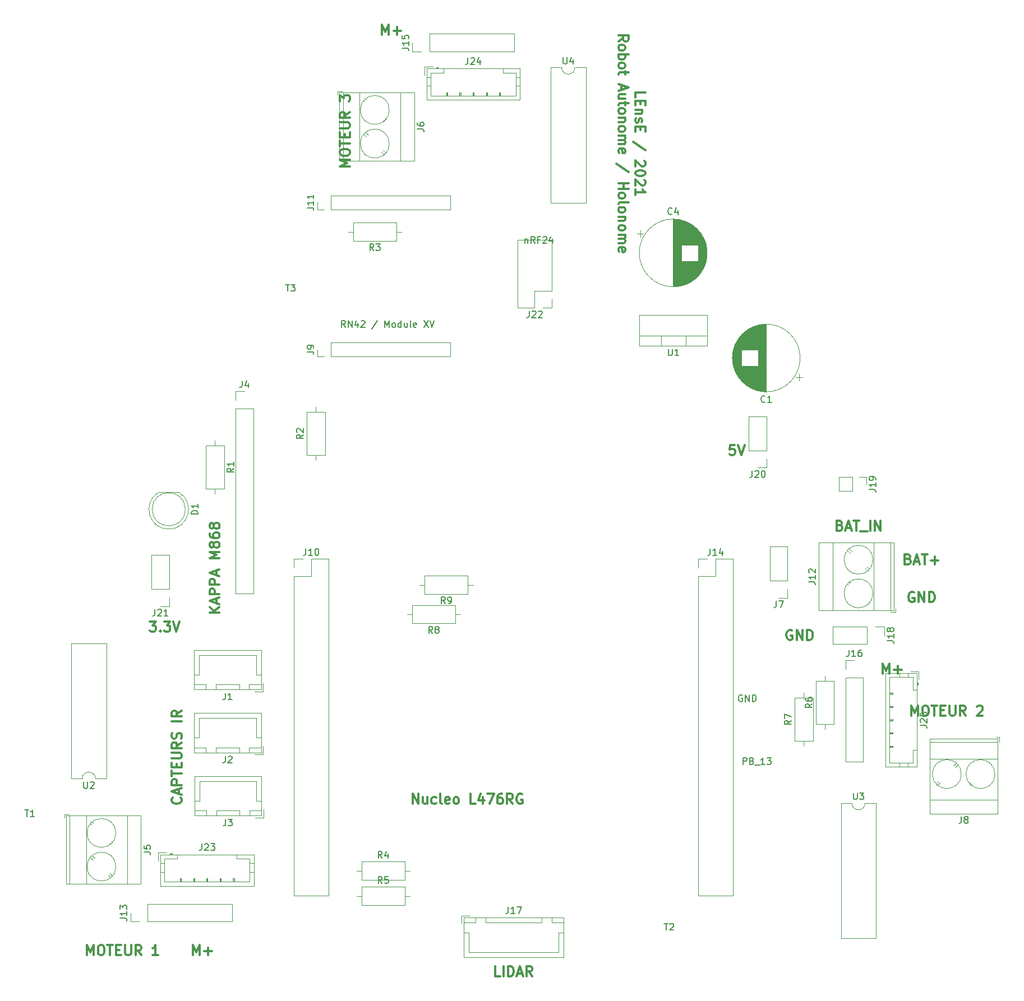
<source format=gbr>
%TF.GenerationSoftware,KiCad,Pcbnew,(5.1.6)-1*%
%TF.CreationDate,2023-02-05T17:49:42+01:00*%
%TF.ProjectId,RobotHolo,526f626f-7448-46f6-9c6f-2e6b69636164,rev?*%
%TF.SameCoordinates,Original*%
%TF.FileFunction,Legend,Top*%
%TF.FilePolarity,Positive*%
%FSLAX46Y46*%
G04 Gerber Fmt 4.6, Leading zero omitted, Abs format (unit mm)*
G04 Created by KiCad (PCBNEW (5.1.6)-1) date 2023-02-05 17:49:42*
%MOMM*%
%LPD*%
G01*
G04 APERTURE LIST*
%ADD10C,0.300000*%
%ADD11C,0.150000*%
%ADD12C,0.120000*%
G04 APERTURE END LIST*
D10*
X118706428Y-35580714D02*
X118706428Y-34866428D01*
X120206428Y-34866428D01*
X119492142Y-36080714D02*
X119492142Y-36580714D01*
X118706428Y-36795000D02*
X118706428Y-36080714D01*
X120206428Y-36080714D01*
X120206428Y-36795000D01*
X119706428Y-37437857D02*
X118706428Y-37437857D01*
X119563571Y-37437857D02*
X119635000Y-37509285D01*
X119706428Y-37652142D01*
X119706428Y-37866428D01*
X119635000Y-38009285D01*
X119492142Y-38080714D01*
X118706428Y-38080714D01*
X118777857Y-38723571D02*
X118706428Y-38866428D01*
X118706428Y-39152142D01*
X118777857Y-39295000D01*
X118920714Y-39366428D01*
X118992142Y-39366428D01*
X119135000Y-39295000D01*
X119206428Y-39152142D01*
X119206428Y-38937857D01*
X119277857Y-38795000D01*
X119420714Y-38723571D01*
X119492142Y-38723571D01*
X119635000Y-38795000D01*
X119706428Y-38937857D01*
X119706428Y-39152142D01*
X119635000Y-39295000D01*
X119492142Y-40009285D02*
X119492142Y-40509285D01*
X118706428Y-40723571D02*
X118706428Y-40009285D01*
X120206428Y-40009285D01*
X120206428Y-40723571D01*
X120277857Y-43580714D02*
X118349285Y-42295000D01*
X120063571Y-45152142D02*
X120135000Y-45223571D01*
X120206428Y-45366428D01*
X120206428Y-45723571D01*
X120135000Y-45866428D01*
X120063571Y-45937857D01*
X119920714Y-46009285D01*
X119777857Y-46009285D01*
X119563571Y-45937857D01*
X118706428Y-45080714D01*
X118706428Y-46009285D01*
X120206428Y-46937857D02*
X120206428Y-47080714D01*
X120135000Y-47223571D01*
X120063571Y-47295000D01*
X119920714Y-47366428D01*
X119635000Y-47437857D01*
X119277857Y-47437857D01*
X118992142Y-47366428D01*
X118849285Y-47295000D01*
X118777857Y-47223571D01*
X118706428Y-47080714D01*
X118706428Y-46937857D01*
X118777857Y-46795000D01*
X118849285Y-46723571D01*
X118992142Y-46652142D01*
X119277857Y-46580714D01*
X119635000Y-46580714D01*
X119920714Y-46652142D01*
X120063571Y-46723571D01*
X120135000Y-46795000D01*
X120206428Y-46937857D01*
X120063571Y-48009285D02*
X120135000Y-48080714D01*
X120206428Y-48223571D01*
X120206428Y-48580714D01*
X120135000Y-48723571D01*
X120063571Y-48795000D01*
X119920714Y-48866428D01*
X119777857Y-48866428D01*
X119563571Y-48795000D01*
X118706428Y-47937857D01*
X118706428Y-48866428D01*
X118706428Y-50295000D02*
X118706428Y-49437857D01*
X118706428Y-49866428D02*
X120206428Y-49866428D01*
X119992142Y-49723571D01*
X119849285Y-49580714D01*
X119777857Y-49437857D01*
X116156428Y-27080714D02*
X116870714Y-26580714D01*
X116156428Y-26223571D02*
X117656428Y-26223571D01*
X117656428Y-26795000D01*
X117585000Y-26937857D01*
X117513571Y-27009285D01*
X117370714Y-27080714D01*
X117156428Y-27080714D01*
X117013571Y-27009285D01*
X116942142Y-26937857D01*
X116870714Y-26795000D01*
X116870714Y-26223571D01*
X116156428Y-27937857D02*
X116227857Y-27795000D01*
X116299285Y-27723571D01*
X116442142Y-27652142D01*
X116870714Y-27652142D01*
X117013571Y-27723571D01*
X117085000Y-27795000D01*
X117156428Y-27937857D01*
X117156428Y-28152142D01*
X117085000Y-28295000D01*
X117013571Y-28366428D01*
X116870714Y-28437857D01*
X116442142Y-28437857D01*
X116299285Y-28366428D01*
X116227857Y-28295000D01*
X116156428Y-28152142D01*
X116156428Y-27937857D01*
X116156428Y-29080714D02*
X117656428Y-29080714D01*
X117085000Y-29080714D02*
X117156428Y-29223571D01*
X117156428Y-29509285D01*
X117085000Y-29652142D01*
X117013571Y-29723571D01*
X116870714Y-29795000D01*
X116442142Y-29795000D01*
X116299285Y-29723571D01*
X116227857Y-29652142D01*
X116156428Y-29509285D01*
X116156428Y-29223571D01*
X116227857Y-29080714D01*
X116156428Y-30652142D02*
X116227857Y-30509285D01*
X116299285Y-30437857D01*
X116442142Y-30366428D01*
X116870714Y-30366428D01*
X117013571Y-30437857D01*
X117085000Y-30509285D01*
X117156428Y-30652142D01*
X117156428Y-30866428D01*
X117085000Y-31009285D01*
X117013571Y-31080714D01*
X116870714Y-31152142D01*
X116442142Y-31152142D01*
X116299285Y-31080714D01*
X116227857Y-31009285D01*
X116156428Y-30866428D01*
X116156428Y-30652142D01*
X117156428Y-31580714D02*
X117156428Y-32152142D01*
X117656428Y-31795000D02*
X116370714Y-31795000D01*
X116227857Y-31866428D01*
X116156428Y-32009285D01*
X116156428Y-32152142D01*
X116585000Y-33723571D02*
X116585000Y-34437857D01*
X116156428Y-33580714D02*
X117656428Y-34080714D01*
X116156428Y-34580714D01*
X117156428Y-35723571D02*
X116156428Y-35723571D01*
X117156428Y-35080714D02*
X116370714Y-35080714D01*
X116227857Y-35152142D01*
X116156428Y-35295000D01*
X116156428Y-35509285D01*
X116227857Y-35652142D01*
X116299285Y-35723571D01*
X117156428Y-36223571D02*
X117156428Y-36795000D01*
X117656428Y-36437857D02*
X116370714Y-36437857D01*
X116227857Y-36509285D01*
X116156428Y-36652142D01*
X116156428Y-36795000D01*
X116156428Y-37509285D02*
X116227857Y-37366428D01*
X116299285Y-37295000D01*
X116442142Y-37223571D01*
X116870714Y-37223571D01*
X117013571Y-37295000D01*
X117085000Y-37366428D01*
X117156428Y-37509285D01*
X117156428Y-37723571D01*
X117085000Y-37866428D01*
X117013571Y-37937857D01*
X116870714Y-38009285D01*
X116442142Y-38009285D01*
X116299285Y-37937857D01*
X116227857Y-37866428D01*
X116156428Y-37723571D01*
X116156428Y-37509285D01*
X117156428Y-38652142D02*
X116156428Y-38652142D01*
X117013571Y-38652142D02*
X117085000Y-38723571D01*
X117156428Y-38866428D01*
X117156428Y-39080714D01*
X117085000Y-39223571D01*
X116942142Y-39295000D01*
X116156428Y-39295000D01*
X116156428Y-40223571D02*
X116227857Y-40080714D01*
X116299285Y-40009285D01*
X116442142Y-39937857D01*
X116870714Y-39937857D01*
X117013571Y-40009285D01*
X117085000Y-40080714D01*
X117156428Y-40223571D01*
X117156428Y-40437857D01*
X117085000Y-40580714D01*
X117013571Y-40652142D01*
X116870714Y-40723571D01*
X116442142Y-40723571D01*
X116299285Y-40652142D01*
X116227857Y-40580714D01*
X116156428Y-40437857D01*
X116156428Y-40223571D01*
X116156428Y-41366428D02*
X117156428Y-41366428D01*
X117013571Y-41366428D02*
X117085000Y-41437857D01*
X117156428Y-41580714D01*
X117156428Y-41794999D01*
X117085000Y-41937857D01*
X116942142Y-42009285D01*
X116156428Y-42009285D01*
X116942142Y-42009285D02*
X117085000Y-42080714D01*
X117156428Y-42223571D01*
X117156428Y-42437857D01*
X117085000Y-42580714D01*
X116942142Y-42652142D01*
X116156428Y-42652142D01*
X116227857Y-43937857D02*
X116156428Y-43795000D01*
X116156428Y-43509285D01*
X116227857Y-43366428D01*
X116370714Y-43295000D01*
X116942142Y-43295000D01*
X117085000Y-43366428D01*
X117156428Y-43509285D01*
X117156428Y-43795000D01*
X117085000Y-43937857D01*
X116942142Y-44009285D01*
X116799285Y-44009285D01*
X116656428Y-43295000D01*
X117727857Y-46866428D02*
X115799285Y-45580714D01*
X116156428Y-48509285D02*
X117656428Y-48509285D01*
X116942142Y-48509285D02*
X116942142Y-49366428D01*
X116156428Y-49366428D02*
X117656428Y-49366428D01*
X116156428Y-50294999D02*
X116227857Y-50152142D01*
X116299285Y-50080714D01*
X116442142Y-50009285D01*
X116870714Y-50009285D01*
X117013571Y-50080714D01*
X117085000Y-50152142D01*
X117156428Y-50294999D01*
X117156428Y-50509285D01*
X117085000Y-50652142D01*
X117013571Y-50723571D01*
X116870714Y-50794999D01*
X116442142Y-50794999D01*
X116299285Y-50723571D01*
X116227857Y-50652142D01*
X116156428Y-50509285D01*
X116156428Y-50294999D01*
X116156428Y-51652142D02*
X116227857Y-51509285D01*
X116370714Y-51437857D01*
X117656428Y-51437857D01*
X116156428Y-52437857D02*
X116227857Y-52295000D01*
X116299285Y-52223571D01*
X116442142Y-52152142D01*
X116870714Y-52152142D01*
X117013571Y-52223571D01*
X117085000Y-52295000D01*
X117156428Y-52437857D01*
X117156428Y-52652142D01*
X117085000Y-52795000D01*
X117013571Y-52866428D01*
X116870714Y-52937857D01*
X116442142Y-52937857D01*
X116299285Y-52866428D01*
X116227857Y-52795000D01*
X116156428Y-52652142D01*
X116156428Y-52437857D01*
X117156428Y-53580714D02*
X116156428Y-53580714D01*
X117013571Y-53580714D02*
X117085000Y-53652142D01*
X117156428Y-53795000D01*
X117156428Y-54009285D01*
X117085000Y-54152142D01*
X116942142Y-54223571D01*
X116156428Y-54223571D01*
X116156428Y-55152142D02*
X116227857Y-55009285D01*
X116299285Y-54937857D01*
X116442142Y-54866428D01*
X116870714Y-54866428D01*
X117013571Y-54937857D01*
X117085000Y-55009285D01*
X117156428Y-55152142D01*
X117156428Y-55366428D01*
X117085000Y-55509285D01*
X117013571Y-55580714D01*
X116870714Y-55652142D01*
X116442142Y-55652142D01*
X116299285Y-55580714D01*
X116227857Y-55509285D01*
X116156428Y-55366428D01*
X116156428Y-55152142D01*
X116156428Y-56295000D02*
X117156428Y-56295000D01*
X117013571Y-56295000D02*
X117085000Y-56366428D01*
X117156428Y-56509285D01*
X117156428Y-56723571D01*
X117085000Y-56866428D01*
X116942142Y-56937857D01*
X116156428Y-56937857D01*
X116942142Y-56937857D02*
X117085000Y-57009285D01*
X117156428Y-57152142D01*
X117156428Y-57366428D01*
X117085000Y-57509285D01*
X116942142Y-57580714D01*
X116156428Y-57580714D01*
X116227857Y-58866428D02*
X116156428Y-58723571D01*
X116156428Y-58437857D01*
X116227857Y-58295000D01*
X116370714Y-58223571D01*
X116942142Y-58223571D01*
X117085000Y-58295000D01*
X117156428Y-58437857D01*
X117156428Y-58723571D01*
X117085000Y-58866428D01*
X116942142Y-58937857D01*
X116799285Y-58937857D01*
X116656428Y-58223571D01*
D11*
X102044761Y-56935714D02*
X102044761Y-57602380D01*
X102044761Y-57030952D02*
X102092380Y-56983333D01*
X102187619Y-56935714D01*
X102330476Y-56935714D01*
X102425714Y-56983333D01*
X102473333Y-57078571D01*
X102473333Y-57602380D01*
X103520952Y-57602380D02*
X103187619Y-57126190D01*
X102949523Y-57602380D02*
X102949523Y-56602380D01*
X103330476Y-56602380D01*
X103425714Y-56650000D01*
X103473333Y-56697619D01*
X103520952Y-56792857D01*
X103520952Y-56935714D01*
X103473333Y-57030952D01*
X103425714Y-57078571D01*
X103330476Y-57126190D01*
X102949523Y-57126190D01*
X104282857Y-57078571D02*
X103949523Y-57078571D01*
X103949523Y-57602380D02*
X103949523Y-56602380D01*
X104425714Y-56602380D01*
X104759047Y-56697619D02*
X104806666Y-56650000D01*
X104901904Y-56602380D01*
X105140000Y-56602380D01*
X105235238Y-56650000D01*
X105282857Y-56697619D01*
X105330476Y-56792857D01*
X105330476Y-56888095D01*
X105282857Y-57030952D01*
X104711428Y-57602380D01*
X105330476Y-57602380D01*
X106187619Y-56935714D02*
X106187619Y-57602380D01*
X105949523Y-56554761D02*
X105711428Y-57269047D01*
X106330476Y-57269047D01*
D10*
X50065714Y-141362142D02*
X50137142Y-141433571D01*
X50208571Y-141647857D01*
X50208571Y-141790714D01*
X50137142Y-142005000D01*
X49994285Y-142147857D01*
X49851428Y-142219285D01*
X49565714Y-142290714D01*
X49351428Y-142290714D01*
X49065714Y-142219285D01*
X48922857Y-142147857D01*
X48780000Y-142005000D01*
X48708571Y-141790714D01*
X48708571Y-141647857D01*
X48780000Y-141433571D01*
X48851428Y-141362142D01*
X49780000Y-140790714D02*
X49780000Y-140076428D01*
X50208571Y-140933571D02*
X48708571Y-140433571D01*
X50208571Y-139933571D01*
X50208571Y-139433571D02*
X48708571Y-139433571D01*
X48708571Y-138862142D01*
X48780000Y-138719285D01*
X48851428Y-138647857D01*
X48994285Y-138576428D01*
X49208571Y-138576428D01*
X49351428Y-138647857D01*
X49422857Y-138719285D01*
X49494285Y-138862142D01*
X49494285Y-139433571D01*
X48708571Y-138147857D02*
X48708571Y-137290714D01*
X50208571Y-137719285D02*
X48708571Y-137719285D01*
X49422857Y-136790714D02*
X49422857Y-136290714D01*
X50208571Y-136076428D02*
X50208571Y-136790714D01*
X48708571Y-136790714D01*
X48708571Y-136076428D01*
X48708571Y-135433571D02*
X49922857Y-135433571D01*
X50065714Y-135362142D01*
X50137142Y-135290714D01*
X50208571Y-135147857D01*
X50208571Y-134862142D01*
X50137142Y-134719285D01*
X50065714Y-134647857D01*
X49922857Y-134576428D01*
X48708571Y-134576428D01*
X50208571Y-133005000D02*
X49494285Y-133505000D01*
X50208571Y-133862142D02*
X48708571Y-133862142D01*
X48708571Y-133290714D01*
X48780000Y-133147857D01*
X48851428Y-133076428D01*
X48994285Y-133005000D01*
X49208571Y-133005000D01*
X49351428Y-133076428D01*
X49422857Y-133147857D01*
X49494285Y-133290714D01*
X49494285Y-133862142D01*
X50137142Y-132433571D02*
X50208571Y-132219285D01*
X50208571Y-131862142D01*
X50137142Y-131719285D01*
X50065714Y-131647857D01*
X49922857Y-131576428D01*
X49780000Y-131576428D01*
X49637142Y-131647857D01*
X49565714Y-131719285D01*
X49494285Y-131862142D01*
X49422857Y-132147857D01*
X49351428Y-132290714D01*
X49280000Y-132362142D01*
X49137142Y-132433571D01*
X48994285Y-132433571D01*
X48851428Y-132362142D01*
X48780000Y-132290714D01*
X48708571Y-132147857D01*
X48708571Y-131790714D01*
X48780000Y-131576428D01*
X50208571Y-129790714D02*
X48708571Y-129790714D01*
X50208571Y-128219285D02*
X49494285Y-128719285D01*
X50208571Y-129076428D02*
X48708571Y-129076428D01*
X48708571Y-128505000D01*
X48780000Y-128362142D01*
X48851428Y-128290714D01*
X48994285Y-128219285D01*
X49208571Y-128219285D01*
X49351428Y-128290714D01*
X49422857Y-128362142D01*
X49494285Y-128505000D01*
X49494285Y-129076428D01*
X45410714Y-114748571D02*
X46339285Y-114748571D01*
X45839285Y-115320000D01*
X46053571Y-115320000D01*
X46196428Y-115391428D01*
X46267857Y-115462857D01*
X46339285Y-115605714D01*
X46339285Y-115962857D01*
X46267857Y-116105714D01*
X46196428Y-116177142D01*
X46053571Y-116248571D01*
X45625000Y-116248571D01*
X45482142Y-116177142D01*
X45410714Y-116105714D01*
X46982142Y-116105714D02*
X47053571Y-116177142D01*
X46982142Y-116248571D01*
X46910714Y-116177142D01*
X46982142Y-116105714D01*
X46982142Y-116248571D01*
X47553571Y-114748571D02*
X48482142Y-114748571D01*
X47982142Y-115320000D01*
X48196428Y-115320000D01*
X48339285Y-115391428D01*
X48410714Y-115462857D01*
X48482142Y-115605714D01*
X48482142Y-115962857D01*
X48410714Y-116105714D01*
X48339285Y-116177142D01*
X48196428Y-116248571D01*
X47767857Y-116248571D01*
X47625000Y-116177142D01*
X47553571Y-116105714D01*
X48910714Y-114748571D02*
X49410714Y-116248571D01*
X49910714Y-114748571D01*
X55923571Y-113430000D02*
X54423571Y-113430000D01*
X55923571Y-112572857D02*
X55066428Y-113215714D01*
X54423571Y-112572857D02*
X55280714Y-113430000D01*
X55495000Y-112001428D02*
X55495000Y-111287142D01*
X55923571Y-112144285D02*
X54423571Y-111644285D01*
X55923571Y-111144285D01*
X55923571Y-110644285D02*
X54423571Y-110644285D01*
X54423571Y-110072857D01*
X54495000Y-109930000D01*
X54566428Y-109858571D01*
X54709285Y-109787142D01*
X54923571Y-109787142D01*
X55066428Y-109858571D01*
X55137857Y-109930000D01*
X55209285Y-110072857D01*
X55209285Y-110644285D01*
X55923571Y-109144285D02*
X54423571Y-109144285D01*
X54423571Y-108572857D01*
X54495000Y-108430000D01*
X54566428Y-108358571D01*
X54709285Y-108287142D01*
X54923571Y-108287142D01*
X55066428Y-108358571D01*
X55137857Y-108430000D01*
X55209285Y-108572857D01*
X55209285Y-109144285D01*
X55495000Y-107715714D02*
X55495000Y-107001428D01*
X55923571Y-107858571D02*
X54423571Y-107358571D01*
X55923571Y-106858571D01*
X55923571Y-105215714D02*
X54423571Y-105215714D01*
X55495000Y-104715714D01*
X54423571Y-104215714D01*
X55923571Y-104215714D01*
X55066428Y-103287142D02*
X54995000Y-103430000D01*
X54923571Y-103501428D01*
X54780714Y-103572857D01*
X54709285Y-103572857D01*
X54566428Y-103501428D01*
X54495000Y-103430000D01*
X54423571Y-103287142D01*
X54423571Y-103001428D01*
X54495000Y-102858571D01*
X54566428Y-102787142D01*
X54709285Y-102715714D01*
X54780714Y-102715714D01*
X54923571Y-102787142D01*
X54995000Y-102858571D01*
X55066428Y-103001428D01*
X55066428Y-103287142D01*
X55137857Y-103430000D01*
X55209285Y-103501428D01*
X55352142Y-103572857D01*
X55637857Y-103572857D01*
X55780714Y-103501428D01*
X55852142Y-103430000D01*
X55923571Y-103287142D01*
X55923571Y-103001428D01*
X55852142Y-102858571D01*
X55780714Y-102787142D01*
X55637857Y-102715714D01*
X55352142Y-102715714D01*
X55209285Y-102787142D01*
X55137857Y-102858571D01*
X55066428Y-103001428D01*
X54423571Y-101430000D02*
X54423571Y-101715714D01*
X54495000Y-101858571D01*
X54566428Y-101930000D01*
X54780714Y-102072857D01*
X55066428Y-102144285D01*
X55637857Y-102144285D01*
X55780714Y-102072857D01*
X55852142Y-102001428D01*
X55923571Y-101858571D01*
X55923571Y-101572857D01*
X55852142Y-101430000D01*
X55780714Y-101358571D01*
X55637857Y-101287142D01*
X55280714Y-101287142D01*
X55137857Y-101358571D01*
X55066428Y-101430000D01*
X54995000Y-101572857D01*
X54995000Y-101858571D01*
X55066428Y-102001428D01*
X55137857Y-102072857D01*
X55280714Y-102144285D01*
X55066428Y-100430000D02*
X54995000Y-100572857D01*
X54923571Y-100644285D01*
X54780714Y-100715714D01*
X54709285Y-100715714D01*
X54566428Y-100644285D01*
X54495000Y-100572857D01*
X54423571Y-100430000D01*
X54423571Y-100144285D01*
X54495000Y-100001428D01*
X54566428Y-99930000D01*
X54709285Y-99858571D01*
X54780714Y-99858571D01*
X54923571Y-99930000D01*
X54995000Y-100001428D01*
X55066428Y-100144285D01*
X55066428Y-100430000D01*
X55137857Y-100572857D01*
X55209285Y-100644285D01*
X55352142Y-100715714D01*
X55637857Y-100715714D01*
X55780714Y-100644285D01*
X55852142Y-100572857D01*
X55923571Y-100430000D01*
X55923571Y-100144285D01*
X55852142Y-100001428D01*
X55780714Y-99930000D01*
X55637857Y-99858571D01*
X55352142Y-99858571D01*
X55209285Y-99930000D01*
X55137857Y-100001428D01*
X55066428Y-100144285D01*
X85059285Y-142283571D02*
X85059285Y-140783571D01*
X85916428Y-142283571D01*
X85916428Y-140783571D01*
X87273571Y-141283571D02*
X87273571Y-142283571D01*
X86630714Y-141283571D02*
X86630714Y-142069285D01*
X86702142Y-142212142D01*
X86845000Y-142283571D01*
X87059285Y-142283571D01*
X87202142Y-142212142D01*
X87273571Y-142140714D01*
X88630714Y-142212142D02*
X88487857Y-142283571D01*
X88202142Y-142283571D01*
X88059285Y-142212142D01*
X87987857Y-142140714D01*
X87916428Y-141997857D01*
X87916428Y-141569285D01*
X87987857Y-141426428D01*
X88059285Y-141355000D01*
X88202142Y-141283571D01*
X88487857Y-141283571D01*
X88630714Y-141355000D01*
X89487857Y-142283571D02*
X89345000Y-142212142D01*
X89273571Y-142069285D01*
X89273571Y-140783571D01*
X90630714Y-142212142D02*
X90487857Y-142283571D01*
X90202142Y-142283571D01*
X90059285Y-142212142D01*
X89987857Y-142069285D01*
X89987857Y-141497857D01*
X90059285Y-141355000D01*
X90202142Y-141283571D01*
X90487857Y-141283571D01*
X90630714Y-141355000D01*
X90702142Y-141497857D01*
X90702142Y-141640714D01*
X89987857Y-141783571D01*
X91559285Y-142283571D02*
X91416428Y-142212142D01*
X91345000Y-142140714D01*
X91273571Y-141997857D01*
X91273571Y-141569285D01*
X91345000Y-141426428D01*
X91416428Y-141355000D01*
X91559285Y-141283571D01*
X91773571Y-141283571D01*
X91916428Y-141355000D01*
X91987857Y-141426428D01*
X92059285Y-141569285D01*
X92059285Y-141997857D01*
X91987857Y-142140714D01*
X91916428Y-142212142D01*
X91773571Y-142283571D01*
X91559285Y-142283571D01*
X94559285Y-142283571D02*
X93844999Y-142283571D01*
X93844999Y-140783571D01*
X95702142Y-141283571D02*
X95702142Y-142283571D01*
X95345000Y-140712142D02*
X94987857Y-141783571D01*
X95916428Y-141783571D01*
X96345000Y-140783571D02*
X97345000Y-140783571D01*
X96702142Y-142283571D01*
X98559285Y-140783571D02*
X98273571Y-140783571D01*
X98130714Y-140855000D01*
X98059285Y-140926428D01*
X97916428Y-141140714D01*
X97845000Y-141426428D01*
X97845000Y-141997857D01*
X97916428Y-142140714D01*
X97987857Y-142212142D01*
X98130714Y-142283571D01*
X98416428Y-142283571D01*
X98559285Y-142212142D01*
X98630714Y-142140714D01*
X98702142Y-141997857D01*
X98702142Y-141640714D01*
X98630714Y-141497857D01*
X98559285Y-141426428D01*
X98416428Y-141355000D01*
X98130714Y-141355000D01*
X97987857Y-141426428D01*
X97916428Y-141497857D01*
X97845000Y-141640714D01*
X100202142Y-142283571D02*
X99702142Y-141569285D01*
X99345000Y-142283571D02*
X99345000Y-140783571D01*
X99916428Y-140783571D01*
X100059285Y-140855000D01*
X100130714Y-140926428D01*
X100202142Y-141069285D01*
X100202142Y-141283571D01*
X100130714Y-141426428D01*
X100059285Y-141497857D01*
X99916428Y-141569285D01*
X99345000Y-141569285D01*
X101630714Y-140855000D02*
X101487857Y-140783571D01*
X101273571Y-140783571D01*
X101059285Y-140855000D01*
X100916428Y-140997857D01*
X100845000Y-141140714D01*
X100773571Y-141426428D01*
X100773571Y-141640714D01*
X100845000Y-141926428D01*
X100916428Y-142069285D01*
X101059285Y-142212142D01*
X101273571Y-142283571D01*
X101416428Y-142283571D01*
X101630714Y-142212142D01*
X101702142Y-142140714D01*
X101702142Y-141640714D01*
X101416428Y-141640714D01*
X98294285Y-168318571D02*
X97580000Y-168318571D01*
X97580000Y-166818571D01*
X98794285Y-168318571D02*
X98794285Y-166818571D01*
X99508571Y-168318571D02*
X99508571Y-166818571D01*
X99865714Y-166818571D01*
X100080000Y-166890000D01*
X100222857Y-167032857D01*
X100294285Y-167175714D01*
X100365714Y-167461428D01*
X100365714Y-167675714D01*
X100294285Y-167961428D01*
X100222857Y-168104285D01*
X100080000Y-168247142D01*
X99865714Y-168318571D01*
X99508571Y-168318571D01*
X100937142Y-167890000D02*
X101651428Y-167890000D01*
X100794285Y-168318571D02*
X101294285Y-166818571D01*
X101794285Y-168318571D01*
X103151428Y-168318571D02*
X102651428Y-167604285D01*
X102294285Y-168318571D02*
X102294285Y-166818571D01*
X102865714Y-166818571D01*
X103008571Y-166890000D01*
X103080000Y-166961428D01*
X103151428Y-167104285D01*
X103151428Y-167318571D01*
X103080000Y-167461428D01*
X103008571Y-167532857D01*
X102865714Y-167604285D01*
X102294285Y-167604285D01*
X142367142Y-116090000D02*
X142224285Y-116018571D01*
X142010000Y-116018571D01*
X141795714Y-116090000D01*
X141652857Y-116232857D01*
X141581428Y-116375714D01*
X141510000Y-116661428D01*
X141510000Y-116875714D01*
X141581428Y-117161428D01*
X141652857Y-117304285D01*
X141795714Y-117447142D01*
X142010000Y-117518571D01*
X142152857Y-117518571D01*
X142367142Y-117447142D01*
X142438571Y-117375714D01*
X142438571Y-116875714D01*
X142152857Y-116875714D01*
X143081428Y-117518571D02*
X143081428Y-116018571D01*
X143938571Y-117518571D01*
X143938571Y-116018571D01*
X144652857Y-117518571D02*
X144652857Y-116018571D01*
X145010000Y-116018571D01*
X145224285Y-116090000D01*
X145367142Y-116232857D01*
X145438571Y-116375714D01*
X145510000Y-116661428D01*
X145510000Y-116875714D01*
X145438571Y-117161428D01*
X145367142Y-117304285D01*
X145224285Y-117447142D01*
X145010000Y-117518571D01*
X144652857Y-117518571D01*
X133699285Y-88078571D02*
X132985000Y-88078571D01*
X132913571Y-88792857D01*
X132985000Y-88721428D01*
X133127857Y-88650000D01*
X133485000Y-88650000D01*
X133627857Y-88721428D01*
X133699285Y-88792857D01*
X133770714Y-88935714D01*
X133770714Y-89292857D01*
X133699285Y-89435714D01*
X133627857Y-89507142D01*
X133485000Y-89578571D01*
X133127857Y-89578571D01*
X132985000Y-89507142D01*
X132913571Y-89435714D01*
X134199285Y-88078571D02*
X134699285Y-89578571D01*
X135199285Y-88078571D01*
X159889285Y-105302857D02*
X160103571Y-105374285D01*
X160175000Y-105445714D01*
X160246428Y-105588571D01*
X160246428Y-105802857D01*
X160175000Y-105945714D01*
X160103571Y-106017142D01*
X159960714Y-106088571D01*
X159389285Y-106088571D01*
X159389285Y-104588571D01*
X159889285Y-104588571D01*
X160032142Y-104660000D01*
X160103571Y-104731428D01*
X160175000Y-104874285D01*
X160175000Y-105017142D01*
X160103571Y-105160000D01*
X160032142Y-105231428D01*
X159889285Y-105302857D01*
X159389285Y-105302857D01*
X160817857Y-105660000D02*
X161532142Y-105660000D01*
X160675000Y-106088571D02*
X161175000Y-104588571D01*
X161675000Y-106088571D01*
X161960714Y-104588571D02*
X162817857Y-104588571D01*
X162389285Y-106088571D02*
X162389285Y-104588571D01*
X163317857Y-105517142D02*
X164460714Y-105517142D01*
X163889285Y-106088571D02*
X163889285Y-104945714D01*
X160782142Y-110375000D02*
X160639285Y-110303571D01*
X160425000Y-110303571D01*
X160210714Y-110375000D01*
X160067857Y-110517857D01*
X159996428Y-110660714D01*
X159925000Y-110946428D01*
X159925000Y-111160714D01*
X159996428Y-111446428D01*
X160067857Y-111589285D01*
X160210714Y-111732142D01*
X160425000Y-111803571D01*
X160567857Y-111803571D01*
X160782142Y-111732142D01*
X160853571Y-111660714D01*
X160853571Y-111160714D01*
X160567857Y-111160714D01*
X161496428Y-111803571D02*
X161496428Y-110303571D01*
X162353571Y-111803571D01*
X162353571Y-110303571D01*
X163067857Y-111803571D02*
X163067857Y-110303571D01*
X163425000Y-110303571D01*
X163639285Y-110375000D01*
X163782142Y-110517857D01*
X163853571Y-110660714D01*
X163925000Y-110946428D01*
X163925000Y-111160714D01*
X163853571Y-111446428D01*
X163782142Y-111589285D01*
X163639285Y-111732142D01*
X163425000Y-111803571D01*
X163067857Y-111803571D01*
X149578571Y-100222857D02*
X149792857Y-100294285D01*
X149864285Y-100365714D01*
X149935714Y-100508571D01*
X149935714Y-100722857D01*
X149864285Y-100865714D01*
X149792857Y-100937142D01*
X149650000Y-101008571D01*
X149078571Y-101008571D01*
X149078571Y-99508571D01*
X149578571Y-99508571D01*
X149721428Y-99580000D01*
X149792857Y-99651428D01*
X149864285Y-99794285D01*
X149864285Y-99937142D01*
X149792857Y-100080000D01*
X149721428Y-100151428D01*
X149578571Y-100222857D01*
X149078571Y-100222857D01*
X150507142Y-100580000D02*
X151221428Y-100580000D01*
X150364285Y-101008571D02*
X150864285Y-99508571D01*
X151364285Y-101008571D01*
X151650000Y-99508571D02*
X152507142Y-99508571D01*
X152078571Y-101008571D02*
X152078571Y-99508571D01*
X152650000Y-101151428D02*
X153792857Y-101151428D01*
X154150000Y-101008571D02*
X154150000Y-99508571D01*
X154864285Y-101008571D02*
X154864285Y-99508571D01*
X155721428Y-101008571D01*
X155721428Y-99508571D01*
X51911428Y-165143571D02*
X51911428Y-163643571D01*
X52411428Y-164715000D01*
X52911428Y-163643571D01*
X52911428Y-165143571D01*
X53625714Y-164572142D02*
X54768571Y-164572142D01*
X54197142Y-165143571D02*
X54197142Y-164000714D01*
X35917857Y-165143571D02*
X35917857Y-163643571D01*
X36417857Y-164715000D01*
X36917857Y-163643571D01*
X36917857Y-165143571D01*
X37917857Y-163643571D02*
X38203571Y-163643571D01*
X38346428Y-163715000D01*
X38489285Y-163857857D01*
X38560714Y-164143571D01*
X38560714Y-164643571D01*
X38489285Y-164929285D01*
X38346428Y-165072142D01*
X38203571Y-165143571D01*
X37917857Y-165143571D01*
X37775000Y-165072142D01*
X37632142Y-164929285D01*
X37560714Y-164643571D01*
X37560714Y-164143571D01*
X37632142Y-163857857D01*
X37775000Y-163715000D01*
X37917857Y-163643571D01*
X38989285Y-163643571D02*
X39846428Y-163643571D01*
X39417857Y-165143571D02*
X39417857Y-163643571D01*
X40346428Y-164357857D02*
X40846428Y-164357857D01*
X41060714Y-165143571D02*
X40346428Y-165143571D01*
X40346428Y-163643571D01*
X41060714Y-163643571D01*
X41703571Y-163643571D02*
X41703571Y-164857857D01*
X41775000Y-165000714D01*
X41846428Y-165072142D01*
X41989285Y-165143571D01*
X42275000Y-165143571D01*
X42417857Y-165072142D01*
X42489285Y-165000714D01*
X42560714Y-164857857D01*
X42560714Y-163643571D01*
X44132142Y-165143571D02*
X43632142Y-164429285D01*
X43275000Y-165143571D02*
X43275000Y-163643571D01*
X43846428Y-163643571D01*
X43989285Y-163715000D01*
X44060714Y-163786428D01*
X44132142Y-163929285D01*
X44132142Y-164143571D01*
X44060714Y-164286428D01*
X43989285Y-164357857D01*
X43846428Y-164429285D01*
X43275000Y-164429285D01*
X46703571Y-165143571D02*
X45846428Y-165143571D01*
X46275000Y-165143571D02*
X46275000Y-163643571D01*
X46132142Y-163857857D01*
X45989285Y-164000714D01*
X45846428Y-164072142D01*
X160377857Y-128948571D02*
X160377857Y-127448571D01*
X160877857Y-128520000D01*
X161377857Y-127448571D01*
X161377857Y-128948571D01*
X162377857Y-127448571D02*
X162663571Y-127448571D01*
X162806428Y-127520000D01*
X162949285Y-127662857D01*
X163020714Y-127948571D01*
X163020714Y-128448571D01*
X162949285Y-128734285D01*
X162806428Y-128877142D01*
X162663571Y-128948571D01*
X162377857Y-128948571D01*
X162235000Y-128877142D01*
X162092142Y-128734285D01*
X162020714Y-128448571D01*
X162020714Y-127948571D01*
X162092142Y-127662857D01*
X162235000Y-127520000D01*
X162377857Y-127448571D01*
X163449285Y-127448571D02*
X164306428Y-127448571D01*
X163877857Y-128948571D02*
X163877857Y-127448571D01*
X164806428Y-128162857D02*
X165306428Y-128162857D01*
X165520714Y-128948571D02*
X164806428Y-128948571D01*
X164806428Y-127448571D01*
X165520714Y-127448571D01*
X166163571Y-127448571D02*
X166163571Y-128662857D01*
X166235000Y-128805714D01*
X166306428Y-128877142D01*
X166449285Y-128948571D01*
X166735000Y-128948571D01*
X166877857Y-128877142D01*
X166949285Y-128805714D01*
X167020714Y-128662857D01*
X167020714Y-127448571D01*
X168592142Y-128948571D02*
X168092142Y-128234285D01*
X167735000Y-128948571D02*
X167735000Y-127448571D01*
X168306428Y-127448571D01*
X168449285Y-127520000D01*
X168520714Y-127591428D01*
X168592142Y-127734285D01*
X168592142Y-127948571D01*
X168520714Y-128091428D01*
X168449285Y-128162857D01*
X168306428Y-128234285D01*
X167735000Y-128234285D01*
X170306428Y-127591428D02*
X170377857Y-127520000D01*
X170520714Y-127448571D01*
X170877857Y-127448571D01*
X171020714Y-127520000D01*
X171092142Y-127591428D01*
X171163571Y-127734285D01*
X171163571Y-127877142D01*
X171092142Y-128091428D01*
X170235000Y-128948571D01*
X171163571Y-128948571D01*
X156051428Y-122598571D02*
X156051428Y-121098571D01*
X156551428Y-122170000D01*
X157051428Y-121098571D01*
X157051428Y-122598571D01*
X157765714Y-122027142D02*
X158908571Y-122027142D01*
X158337142Y-122598571D02*
X158337142Y-121455714D01*
X80486428Y-26078571D02*
X80486428Y-24578571D01*
X80986428Y-25650000D01*
X81486428Y-24578571D01*
X81486428Y-26078571D01*
X82200714Y-25507142D02*
X83343571Y-25507142D01*
X82772142Y-26078571D02*
X82772142Y-24935714D01*
X75608571Y-45997142D02*
X74108571Y-45997142D01*
X75180000Y-45497142D01*
X74108571Y-44997142D01*
X75608571Y-44997142D01*
X74108571Y-43997142D02*
X74108571Y-43711428D01*
X74180000Y-43568571D01*
X74322857Y-43425714D01*
X74608571Y-43354285D01*
X75108571Y-43354285D01*
X75394285Y-43425714D01*
X75537142Y-43568571D01*
X75608571Y-43711428D01*
X75608571Y-43997142D01*
X75537142Y-44140000D01*
X75394285Y-44282857D01*
X75108571Y-44354285D01*
X74608571Y-44354285D01*
X74322857Y-44282857D01*
X74180000Y-44140000D01*
X74108571Y-43997142D01*
X74108571Y-42925714D02*
X74108571Y-42068571D01*
X75608571Y-42497142D02*
X74108571Y-42497142D01*
X74822857Y-41568571D02*
X74822857Y-41068571D01*
X75608571Y-40854285D02*
X75608571Y-41568571D01*
X74108571Y-41568571D01*
X74108571Y-40854285D01*
X74108571Y-40211428D02*
X75322857Y-40211428D01*
X75465714Y-40140000D01*
X75537142Y-40068571D01*
X75608571Y-39925714D01*
X75608571Y-39640000D01*
X75537142Y-39497142D01*
X75465714Y-39425714D01*
X75322857Y-39354285D01*
X74108571Y-39354285D01*
X75608571Y-37782857D02*
X74894285Y-38282857D01*
X75608571Y-38640000D02*
X74108571Y-38640000D01*
X74108571Y-38068571D01*
X74180000Y-37925714D01*
X74251428Y-37854285D01*
X74394285Y-37782857D01*
X74608571Y-37782857D01*
X74751428Y-37854285D01*
X74822857Y-37925714D01*
X74894285Y-38068571D01*
X74894285Y-38640000D01*
X74108571Y-36140000D02*
X74108571Y-35211428D01*
X74680000Y-35711428D01*
X74680000Y-35497142D01*
X74751428Y-35354285D01*
X74822857Y-35282857D01*
X74965714Y-35211428D01*
X75322857Y-35211428D01*
X75465714Y-35282857D01*
X75537142Y-35354285D01*
X75608571Y-35497142D01*
X75608571Y-35925714D01*
X75537142Y-36068571D01*
X75465714Y-36140000D01*
D11*
X74922857Y-70302380D02*
X74589523Y-69826190D01*
X74351428Y-70302380D02*
X74351428Y-69302380D01*
X74732380Y-69302380D01*
X74827619Y-69350000D01*
X74875238Y-69397619D01*
X74922857Y-69492857D01*
X74922857Y-69635714D01*
X74875238Y-69730952D01*
X74827619Y-69778571D01*
X74732380Y-69826190D01*
X74351428Y-69826190D01*
X75351428Y-70302380D02*
X75351428Y-69302380D01*
X75922857Y-70302380D01*
X75922857Y-69302380D01*
X76827619Y-69635714D02*
X76827619Y-70302380D01*
X76589523Y-69254761D02*
X76351428Y-69969047D01*
X76970476Y-69969047D01*
X77303809Y-69397619D02*
X77351428Y-69350000D01*
X77446666Y-69302380D01*
X77684761Y-69302380D01*
X77780000Y-69350000D01*
X77827619Y-69397619D01*
X77875238Y-69492857D01*
X77875238Y-69588095D01*
X77827619Y-69730952D01*
X77256190Y-70302380D01*
X77875238Y-70302380D01*
X79780000Y-69254761D02*
X78922857Y-70540476D01*
X80875238Y-70302380D02*
X80875238Y-69302380D01*
X81208571Y-70016666D01*
X81541904Y-69302380D01*
X81541904Y-70302380D01*
X82160952Y-70302380D02*
X82065714Y-70254761D01*
X82018095Y-70207142D01*
X81970476Y-70111904D01*
X81970476Y-69826190D01*
X82018095Y-69730952D01*
X82065714Y-69683333D01*
X82160952Y-69635714D01*
X82303809Y-69635714D01*
X82399047Y-69683333D01*
X82446666Y-69730952D01*
X82494285Y-69826190D01*
X82494285Y-70111904D01*
X82446666Y-70207142D01*
X82399047Y-70254761D01*
X82303809Y-70302380D01*
X82160952Y-70302380D01*
X83351428Y-70302380D02*
X83351428Y-69302380D01*
X83351428Y-70254761D02*
X83256190Y-70302380D01*
X83065714Y-70302380D01*
X82970476Y-70254761D01*
X82922857Y-70207142D01*
X82875238Y-70111904D01*
X82875238Y-69826190D01*
X82922857Y-69730952D01*
X82970476Y-69683333D01*
X83065714Y-69635714D01*
X83256190Y-69635714D01*
X83351428Y-69683333D01*
X84256190Y-69635714D02*
X84256190Y-70302380D01*
X83827619Y-69635714D02*
X83827619Y-70159523D01*
X83875238Y-70254761D01*
X83970476Y-70302380D01*
X84113333Y-70302380D01*
X84208571Y-70254761D01*
X84256190Y-70207142D01*
X84875238Y-70302380D02*
X84780000Y-70254761D01*
X84732380Y-70159523D01*
X84732380Y-69302380D01*
X85637142Y-70254761D02*
X85541904Y-70302380D01*
X85351428Y-70302380D01*
X85256190Y-70254761D01*
X85208571Y-70159523D01*
X85208571Y-69778571D01*
X85256190Y-69683333D01*
X85351428Y-69635714D01*
X85541904Y-69635714D01*
X85637142Y-69683333D01*
X85684761Y-69778571D01*
X85684761Y-69873809D01*
X85208571Y-69969047D01*
X86780000Y-69302380D02*
X87446666Y-70302380D01*
X87446666Y-69302380D02*
X86780000Y-70302380D01*
X87684761Y-69302380D02*
X88018095Y-70302380D01*
X88351428Y-69302380D01*
X134955595Y-136342380D02*
X134955595Y-135342380D01*
X135336547Y-135342380D01*
X135431785Y-135390000D01*
X135479404Y-135437619D01*
X135527023Y-135532857D01*
X135527023Y-135675714D01*
X135479404Y-135770952D01*
X135431785Y-135818571D01*
X135336547Y-135866190D01*
X134955595Y-135866190D01*
X136288928Y-135818571D02*
X136431785Y-135866190D01*
X136479404Y-135913809D01*
X136527023Y-136009047D01*
X136527023Y-136151904D01*
X136479404Y-136247142D01*
X136431785Y-136294761D01*
X136336547Y-136342380D01*
X135955595Y-136342380D01*
X135955595Y-135342380D01*
X136288928Y-135342380D01*
X136384166Y-135390000D01*
X136431785Y-135437619D01*
X136479404Y-135532857D01*
X136479404Y-135628095D01*
X136431785Y-135723333D01*
X136384166Y-135770952D01*
X136288928Y-135818571D01*
X135955595Y-135818571D01*
X136717500Y-136437619D02*
X137479404Y-136437619D01*
X138241309Y-136342380D02*
X137669880Y-136342380D01*
X137955595Y-136342380D02*
X137955595Y-135342380D01*
X137860357Y-135485238D01*
X137765119Y-135580476D01*
X137669880Y-135628095D01*
X138574642Y-135342380D02*
X139193690Y-135342380D01*
X138860357Y-135723333D01*
X139003214Y-135723333D01*
X139098452Y-135770952D01*
X139146071Y-135818571D01*
X139193690Y-135913809D01*
X139193690Y-136151904D01*
X139146071Y-136247142D01*
X139098452Y-136294761D01*
X139003214Y-136342380D01*
X138717500Y-136342380D01*
X138622261Y-136294761D01*
X138574642Y-136247142D01*
X134844404Y-125865000D02*
X134749166Y-125817380D01*
X134606309Y-125817380D01*
X134463452Y-125865000D01*
X134368214Y-125960238D01*
X134320595Y-126055476D01*
X134272976Y-126245952D01*
X134272976Y-126388809D01*
X134320595Y-126579285D01*
X134368214Y-126674523D01*
X134463452Y-126769761D01*
X134606309Y-126817380D01*
X134701547Y-126817380D01*
X134844404Y-126769761D01*
X134892023Y-126722142D01*
X134892023Y-126388809D01*
X134701547Y-126388809D01*
X135320595Y-126817380D02*
X135320595Y-125817380D01*
X135892023Y-126817380D01*
X135892023Y-125817380D01*
X136368214Y-126817380D02*
X136368214Y-125817380D01*
X136606309Y-125817380D01*
X136749166Y-125865000D01*
X136844404Y-125960238D01*
X136892023Y-126055476D01*
X136939642Y-126245952D01*
X136939642Y-126388809D01*
X136892023Y-126579285D01*
X136844404Y-126674523D01*
X136749166Y-126769761D01*
X136606309Y-126817380D01*
X136368214Y-126817380D01*
D12*
%TO.C,J10*%
X67170001Y-105270001D02*
X68500001Y-105270001D01*
X67170001Y-106600001D02*
X67170001Y-105270001D01*
X69770001Y-105270001D02*
X72370001Y-105270001D01*
X69770001Y-107870001D02*
X69770001Y-105270001D01*
X67170001Y-107870001D02*
X69770001Y-107870001D01*
X72370001Y-105270001D02*
X72370001Y-156190001D01*
X67170001Y-107870001D02*
X67170001Y-156190001D01*
X67170001Y-156190001D02*
X72370001Y-156190001D01*
%TO.C,J14*%
X128210000Y-156190001D02*
X133410000Y-156190001D01*
X128210000Y-107870001D02*
X128210000Y-156190001D01*
X133410000Y-105270001D02*
X133410000Y-156190001D01*
X128210000Y-107870001D02*
X130810000Y-107870001D01*
X130810000Y-107870001D02*
X130810000Y-105270001D01*
X130810000Y-105270001D02*
X133410000Y-105270001D01*
X128210000Y-106600001D02*
X128210000Y-105270001D01*
X128210000Y-105270001D02*
X129540000Y-105270001D01*
%TO.C,J9*%
X90815000Y-74720000D02*
X90815000Y-72600000D01*
X72755000Y-74720000D02*
X90815000Y-74720000D01*
X72755000Y-72600000D02*
X90815000Y-72600000D01*
X72755000Y-74720000D02*
X72755000Y-72600000D01*
X71755000Y-74720000D02*
X70695000Y-74720000D01*
X70695000Y-74720000D02*
X70695000Y-73660000D01*
%TO.C,J11*%
X70695000Y-52495000D02*
X70695000Y-51435000D01*
X71755000Y-52495000D02*
X70695000Y-52495000D01*
X72755000Y-52495000D02*
X72755000Y-50375000D01*
X72755000Y-50375000D02*
X90815000Y-50375000D01*
X72755000Y-52495000D02*
X90815000Y-52495000D01*
X90815000Y-52495000D02*
X90815000Y-50375000D01*
%TO.C,C1*%
X143449646Y-78305000D02*
X143449646Y-77305000D01*
X143949646Y-77805000D02*
X142949646Y-77805000D01*
X133389000Y-75529000D02*
X133389000Y-74331000D01*
X133429000Y-75792000D02*
X133429000Y-74068000D01*
X133469000Y-75992000D02*
X133469000Y-73868000D01*
X133509000Y-76160000D02*
X133509000Y-73700000D01*
X133549000Y-76308000D02*
X133549000Y-73552000D01*
X133589000Y-76440000D02*
X133589000Y-73420000D01*
X133629000Y-76560000D02*
X133629000Y-73300000D01*
X133669000Y-76672000D02*
X133669000Y-73188000D01*
X133709000Y-76776000D02*
X133709000Y-73084000D01*
X133749000Y-76874000D02*
X133749000Y-72986000D01*
X133789000Y-76967000D02*
X133789000Y-72893000D01*
X133829000Y-77055000D02*
X133829000Y-72805000D01*
X133869000Y-77139000D02*
X133869000Y-72721000D01*
X133909000Y-77219000D02*
X133909000Y-72641000D01*
X133949000Y-77295000D02*
X133949000Y-72565000D01*
X133989000Y-77369000D02*
X133989000Y-72491000D01*
X134029000Y-77440000D02*
X134029000Y-72420000D01*
X134069000Y-77509000D02*
X134069000Y-72351000D01*
X134109000Y-77575000D02*
X134109000Y-72285000D01*
X134149000Y-77639000D02*
X134149000Y-72221000D01*
X134189000Y-77700000D02*
X134189000Y-72160000D01*
X134229000Y-77760000D02*
X134229000Y-72100000D01*
X134269000Y-77819000D02*
X134269000Y-72041000D01*
X134309000Y-77875000D02*
X134309000Y-71985000D01*
X134349000Y-77930000D02*
X134349000Y-71930000D01*
X134389000Y-77984000D02*
X134389000Y-71876000D01*
X134429000Y-78036000D02*
X134429000Y-71824000D01*
X134469000Y-78086000D02*
X134469000Y-71774000D01*
X134509000Y-78136000D02*
X134509000Y-71724000D01*
X134549000Y-78184000D02*
X134549000Y-71676000D01*
X134589000Y-78231000D02*
X134589000Y-71629000D01*
X134629000Y-78277000D02*
X134629000Y-71583000D01*
X134669000Y-78322000D02*
X134669000Y-71538000D01*
X134709000Y-78366000D02*
X134709000Y-71494000D01*
X134749000Y-73689000D02*
X134749000Y-71452000D01*
X134749000Y-78408000D02*
X134749000Y-76171000D01*
X134789000Y-73689000D02*
X134789000Y-71410000D01*
X134789000Y-78450000D02*
X134789000Y-76171000D01*
X134829000Y-73689000D02*
X134829000Y-71369000D01*
X134829000Y-78491000D02*
X134829000Y-76171000D01*
X134869000Y-73689000D02*
X134869000Y-71329000D01*
X134869000Y-78531000D02*
X134869000Y-76171000D01*
X134909000Y-73689000D02*
X134909000Y-71290000D01*
X134909000Y-78570000D02*
X134909000Y-76171000D01*
X134949000Y-73689000D02*
X134949000Y-71251000D01*
X134949000Y-78609000D02*
X134949000Y-76171000D01*
X134989000Y-73689000D02*
X134989000Y-71214000D01*
X134989000Y-78646000D02*
X134989000Y-76171000D01*
X135029000Y-73689000D02*
X135029000Y-71177000D01*
X135029000Y-78683000D02*
X135029000Y-76171000D01*
X135069000Y-73689000D02*
X135069000Y-71141000D01*
X135069000Y-78719000D02*
X135069000Y-76171000D01*
X135109000Y-73689000D02*
X135109000Y-71106000D01*
X135109000Y-78754000D02*
X135109000Y-76171000D01*
X135149000Y-73689000D02*
X135149000Y-71072000D01*
X135149000Y-78788000D02*
X135149000Y-76171000D01*
X135189000Y-73689000D02*
X135189000Y-71038000D01*
X135189000Y-78822000D02*
X135189000Y-76171000D01*
X135229000Y-73689000D02*
X135229000Y-71005000D01*
X135229000Y-78855000D02*
X135229000Y-76171000D01*
X135269000Y-73689000D02*
X135269000Y-70973000D01*
X135269000Y-78887000D02*
X135269000Y-76171000D01*
X135309000Y-73689000D02*
X135309000Y-70941000D01*
X135309000Y-78919000D02*
X135309000Y-76171000D01*
X135349000Y-73689000D02*
X135349000Y-70910000D01*
X135349000Y-78950000D02*
X135349000Y-76171000D01*
X135389000Y-73689000D02*
X135389000Y-70880000D01*
X135389000Y-78980000D02*
X135389000Y-76171000D01*
X135429000Y-73689000D02*
X135429000Y-70850000D01*
X135429000Y-79010000D02*
X135429000Y-76171000D01*
X135469000Y-73689000D02*
X135469000Y-70820000D01*
X135469000Y-79040000D02*
X135469000Y-76171000D01*
X135509000Y-73689000D02*
X135509000Y-70792000D01*
X135509000Y-79068000D02*
X135509000Y-76171000D01*
X135549000Y-73689000D02*
X135549000Y-70764000D01*
X135549000Y-79096000D02*
X135549000Y-76171000D01*
X135589000Y-73689000D02*
X135589000Y-70736000D01*
X135589000Y-79124000D02*
X135589000Y-76171000D01*
X135629000Y-73689000D02*
X135629000Y-70709000D01*
X135629000Y-79151000D02*
X135629000Y-76171000D01*
X135669000Y-73689000D02*
X135669000Y-70683000D01*
X135669000Y-79177000D02*
X135669000Y-76171000D01*
X135709000Y-73689000D02*
X135709000Y-70657000D01*
X135709000Y-79203000D02*
X135709000Y-76171000D01*
X135749000Y-73689000D02*
X135749000Y-70632000D01*
X135749000Y-79228000D02*
X135749000Y-76171000D01*
X135789000Y-73689000D02*
X135789000Y-70607000D01*
X135789000Y-79253000D02*
X135789000Y-76171000D01*
X135829000Y-73689000D02*
X135829000Y-70583000D01*
X135829000Y-79277000D02*
X135829000Y-76171000D01*
X135869000Y-73689000D02*
X135869000Y-70559000D01*
X135869000Y-79301000D02*
X135869000Y-76171000D01*
X135909000Y-73689000D02*
X135909000Y-70535000D01*
X135909000Y-79325000D02*
X135909000Y-76171000D01*
X135949000Y-73689000D02*
X135949000Y-70513000D01*
X135949000Y-79347000D02*
X135949000Y-76171000D01*
X135989000Y-73689000D02*
X135989000Y-70490000D01*
X135989000Y-79370000D02*
X135989000Y-76171000D01*
X136029000Y-73689000D02*
X136029000Y-70468000D01*
X136029000Y-79392000D02*
X136029000Y-76171000D01*
X136069000Y-73689000D02*
X136069000Y-70447000D01*
X136069000Y-79413000D02*
X136069000Y-76171000D01*
X136109000Y-73689000D02*
X136109000Y-70426000D01*
X136109000Y-79434000D02*
X136109000Y-76171000D01*
X136149000Y-73689000D02*
X136149000Y-70405000D01*
X136149000Y-79455000D02*
X136149000Y-76171000D01*
X136189000Y-73689000D02*
X136189000Y-70385000D01*
X136189000Y-79475000D02*
X136189000Y-76171000D01*
X136229000Y-73689000D02*
X136229000Y-70366000D01*
X136229000Y-79494000D02*
X136229000Y-76171000D01*
X136269000Y-73689000D02*
X136269000Y-70346000D01*
X136269000Y-79514000D02*
X136269000Y-76171000D01*
X136309000Y-73689000D02*
X136309000Y-70327000D01*
X136309000Y-79533000D02*
X136309000Y-76171000D01*
X136349000Y-73689000D02*
X136349000Y-70309000D01*
X136349000Y-79551000D02*
X136349000Y-76171000D01*
X136389000Y-73689000D02*
X136389000Y-70291000D01*
X136389000Y-79569000D02*
X136389000Y-76171000D01*
X136429000Y-73689000D02*
X136429000Y-70273000D01*
X136429000Y-79587000D02*
X136429000Y-76171000D01*
X136469000Y-73689000D02*
X136469000Y-70256000D01*
X136469000Y-79604000D02*
X136469000Y-76171000D01*
X136509000Y-73689000D02*
X136509000Y-70240000D01*
X136509000Y-79620000D02*
X136509000Y-76171000D01*
X136549000Y-73689000D02*
X136549000Y-70223000D01*
X136549000Y-79637000D02*
X136549000Y-76171000D01*
X136589000Y-73689000D02*
X136589000Y-70207000D01*
X136589000Y-79653000D02*
X136589000Y-76171000D01*
X136629000Y-73689000D02*
X136629000Y-70192000D01*
X136629000Y-79668000D02*
X136629000Y-76171000D01*
X136669000Y-73689000D02*
X136669000Y-70176000D01*
X136669000Y-79684000D02*
X136669000Y-76171000D01*
X136709000Y-73689000D02*
X136709000Y-70162000D01*
X136709000Y-79698000D02*
X136709000Y-76171000D01*
X136749000Y-73689000D02*
X136749000Y-70147000D01*
X136749000Y-79713000D02*
X136749000Y-76171000D01*
X136789000Y-73689000D02*
X136789000Y-70133000D01*
X136789000Y-79727000D02*
X136789000Y-76171000D01*
X136829000Y-73689000D02*
X136829000Y-70119000D01*
X136829000Y-79741000D02*
X136829000Y-76171000D01*
X136869000Y-73689000D02*
X136869000Y-70106000D01*
X136869000Y-79754000D02*
X136869000Y-76171000D01*
X136909000Y-73689000D02*
X136909000Y-70093000D01*
X136909000Y-79767000D02*
X136909000Y-76171000D01*
X136949000Y-73689000D02*
X136949000Y-70080000D01*
X136949000Y-79780000D02*
X136949000Y-76171000D01*
X136989000Y-73689000D02*
X136989000Y-70068000D01*
X136989000Y-79792000D02*
X136989000Y-76171000D01*
X137029000Y-73689000D02*
X137029000Y-70056000D01*
X137029000Y-79804000D02*
X137029000Y-76171000D01*
X137069000Y-73689000D02*
X137069000Y-70045000D01*
X137069000Y-79815000D02*
X137069000Y-76171000D01*
X137109000Y-73689000D02*
X137109000Y-70033000D01*
X137109000Y-79827000D02*
X137109000Y-76171000D01*
X137149000Y-73689000D02*
X137149000Y-70023000D01*
X137149000Y-79837000D02*
X137149000Y-76171000D01*
X137189000Y-73689000D02*
X137189000Y-70012000D01*
X137189000Y-79848000D02*
X137189000Y-76171000D01*
X137229000Y-79858000D02*
X137229000Y-70002000D01*
X137269000Y-79868000D02*
X137269000Y-69992000D01*
X137309000Y-79877000D02*
X137309000Y-69983000D01*
X137349000Y-79886000D02*
X137349000Y-69974000D01*
X137389000Y-79895000D02*
X137389000Y-69965000D01*
X137429000Y-79904000D02*
X137429000Y-69956000D01*
X137469000Y-79912000D02*
X137469000Y-69948000D01*
X137509000Y-79920000D02*
X137509000Y-69940000D01*
X137549000Y-79927000D02*
X137549000Y-69933000D01*
X137589000Y-79934000D02*
X137589000Y-69926000D01*
X137629000Y-79941000D02*
X137629000Y-69919000D01*
X137669000Y-79948000D02*
X137669000Y-69912000D01*
X137709000Y-79954000D02*
X137709000Y-69906000D01*
X137749000Y-79960000D02*
X137749000Y-69900000D01*
X137790000Y-79965000D02*
X137790000Y-69895000D01*
X137830000Y-79970000D02*
X137830000Y-69890000D01*
X137870000Y-79975000D02*
X137870000Y-69885000D01*
X137910000Y-79980000D02*
X137910000Y-69880000D01*
X137950000Y-79984000D02*
X137950000Y-69876000D01*
X137990000Y-79988000D02*
X137990000Y-69872000D01*
X138030000Y-79992000D02*
X138030000Y-69868000D01*
X138070000Y-79995000D02*
X138070000Y-69865000D01*
X138110000Y-79998000D02*
X138110000Y-69862000D01*
X138150000Y-80000000D02*
X138150000Y-69860000D01*
X138190000Y-80003000D02*
X138190000Y-69857000D01*
X138230000Y-80005000D02*
X138230000Y-69855000D01*
X138270000Y-80007000D02*
X138270000Y-69853000D01*
X138310000Y-80008000D02*
X138310000Y-69852000D01*
X138350000Y-80009000D02*
X138350000Y-69851000D01*
X138390000Y-80010000D02*
X138390000Y-69850000D01*
X138430000Y-80010000D02*
X138430000Y-69850000D01*
X138470000Y-80010000D02*
X138470000Y-69850000D01*
X143590000Y-74930000D02*
G75*
G03*
X143590000Y-74930000I-5120000J0D01*
G01*
%TO.C,C4*%
X129540000Y-59055000D02*
G75*
G03*
X129540000Y-59055000I-5120000J0D01*
G01*
X124420000Y-53975000D02*
X124420000Y-64135000D01*
X124460000Y-53975000D02*
X124460000Y-64135000D01*
X124500000Y-53975000D02*
X124500000Y-64135000D01*
X124540000Y-53976000D02*
X124540000Y-64134000D01*
X124580000Y-53977000D02*
X124580000Y-64133000D01*
X124620000Y-53978000D02*
X124620000Y-64132000D01*
X124660000Y-53980000D02*
X124660000Y-64130000D01*
X124700000Y-53982000D02*
X124700000Y-64128000D01*
X124740000Y-53985000D02*
X124740000Y-64125000D01*
X124780000Y-53987000D02*
X124780000Y-64123000D01*
X124820000Y-53990000D02*
X124820000Y-64120000D01*
X124860000Y-53993000D02*
X124860000Y-64117000D01*
X124900000Y-53997000D02*
X124900000Y-64113000D01*
X124940000Y-54001000D02*
X124940000Y-64109000D01*
X124980000Y-54005000D02*
X124980000Y-64105000D01*
X125020000Y-54010000D02*
X125020000Y-64100000D01*
X125060000Y-54015000D02*
X125060000Y-64095000D01*
X125100000Y-54020000D02*
X125100000Y-64090000D01*
X125141000Y-54025000D02*
X125141000Y-64085000D01*
X125181000Y-54031000D02*
X125181000Y-64079000D01*
X125221000Y-54037000D02*
X125221000Y-64073000D01*
X125261000Y-54044000D02*
X125261000Y-64066000D01*
X125301000Y-54051000D02*
X125301000Y-64059000D01*
X125341000Y-54058000D02*
X125341000Y-64052000D01*
X125381000Y-54065000D02*
X125381000Y-64045000D01*
X125421000Y-54073000D02*
X125421000Y-64037000D01*
X125461000Y-54081000D02*
X125461000Y-64029000D01*
X125501000Y-54090000D02*
X125501000Y-64020000D01*
X125541000Y-54099000D02*
X125541000Y-64011000D01*
X125581000Y-54108000D02*
X125581000Y-64002000D01*
X125621000Y-54117000D02*
X125621000Y-63993000D01*
X125661000Y-54127000D02*
X125661000Y-63983000D01*
X125701000Y-54137000D02*
X125701000Y-57814000D01*
X125701000Y-60296000D02*
X125701000Y-63973000D01*
X125741000Y-54148000D02*
X125741000Y-57814000D01*
X125741000Y-60296000D02*
X125741000Y-63962000D01*
X125781000Y-54158000D02*
X125781000Y-57814000D01*
X125781000Y-60296000D02*
X125781000Y-63952000D01*
X125821000Y-54170000D02*
X125821000Y-57814000D01*
X125821000Y-60296000D02*
X125821000Y-63940000D01*
X125861000Y-54181000D02*
X125861000Y-57814000D01*
X125861000Y-60296000D02*
X125861000Y-63929000D01*
X125901000Y-54193000D02*
X125901000Y-57814000D01*
X125901000Y-60296000D02*
X125901000Y-63917000D01*
X125941000Y-54205000D02*
X125941000Y-57814000D01*
X125941000Y-60296000D02*
X125941000Y-63905000D01*
X125981000Y-54218000D02*
X125981000Y-57814000D01*
X125981000Y-60296000D02*
X125981000Y-63892000D01*
X126021000Y-54231000D02*
X126021000Y-57814000D01*
X126021000Y-60296000D02*
X126021000Y-63879000D01*
X126061000Y-54244000D02*
X126061000Y-57814000D01*
X126061000Y-60296000D02*
X126061000Y-63866000D01*
X126101000Y-54258000D02*
X126101000Y-57814000D01*
X126101000Y-60296000D02*
X126101000Y-63852000D01*
X126141000Y-54272000D02*
X126141000Y-57814000D01*
X126141000Y-60296000D02*
X126141000Y-63838000D01*
X126181000Y-54287000D02*
X126181000Y-57814000D01*
X126181000Y-60296000D02*
X126181000Y-63823000D01*
X126221000Y-54301000D02*
X126221000Y-57814000D01*
X126221000Y-60296000D02*
X126221000Y-63809000D01*
X126261000Y-54317000D02*
X126261000Y-57814000D01*
X126261000Y-60296000D02*
X126261000Y-63793000D01*
X126301000Y-54332000D02*
X126301000Y-57814000D01*
X126301000Y-60296000D02*
X126301000Y-63778000D01*
X126341000Y-54348000D02*
X126341000Y-57814000D01*
X126341000Y-60296000D02*
X126341000Y-63762000D01*
X126381000Y-54365000D02*
X126381000Y-57814000D01*
X126381000Y-60296000D02*
X126381000Y-63745000D01*
X126421000Y-54381000D02*
X126421000Y-57814000D01*
X126421000Y-60296000D02*
X126421000Y-63729000D01*
X126461000Y-54398000D02*
X126461000Y-57814000D01*
X126461000Y-60296000D02*
X126461000Y-63712000D01*
X126501000Y-54416000D02*
X126501000Y-57814000D01*
X126501000Y-60296000D02*
X126501000Y-63694000D01*
X126541000Y-54434000D02*
X126541000Y-57814000D01*
X126541000Y-60296000D02*
X126541000Y-63676000D01*
X126581000Y-54452000D02*
X126581000Y-57814000D01*
X126581000Y-60296000D02*
X126581000Y-63658000D01*
X126621000Y-54471000D02*
X126621000Y-57814000D01*
X126621000Y-60296000D02*
X126621000Y-63639000D01*
X126661000Y-54491000D02*
X126661000Y-57814000D01*
X126661000Y-60296000D02*
X126661000Y-63619000D01*
X126701000Y-54510000D02*
X126701000Y-57814000D01*
X126701000Y-60296000D02*
X126701000Y-63600000D01*
X126741000Y-54530000D02*
X126741000Y-57814000D01*
X126741000Y-60296000D02*
X126741000Y-63580000D01*
X126781000Y-54551000D02*
X126781000Y-57814000D01*
X126781000Y-60296000D02*
X126781000Y-63559000D01*
X126821000Y-54572000D02*
X126821000Y-57814000D01*
X126821000Y-60296000D02*
X126821000Y-63538000D01*
X126861000Y-54593000D02*
X126861000Y-57814000D01*
X126861000Y-60296000D02*
X126861000Y-63517000D01*
X126901000Y-54615000D02*
X126901000Y-57814000D01*
X126901000Y-60296000D02*
X126901000Y-63495000D01*
X126941000Y-54638000D02*
X126941000Y-57814000D01*
X126941000Y-60296000D02*
X126941000Y-63472000D01*
X126981000Y-54660000D02*
X126981000Y-57814000D01*
X126981000Y-60296000D02*
X126981000Y-63450000D01*
X127021000Y-54684000D02*
X127021000Y-57814000D01*
X127021000Y-60296000D02*
X127021000Y-63426000D01*
X127061000Y-54708000D02*
X127061000Y-57814000D01*
X127061000Y-60296000D02*
X127061000Y-63402000D01*
X127101000Y-54732000D02*
X127101000Y-57814000D01*
X127101000Y-60296000D02*
X127101000Y-63378000D01*
X127141000Y-54757000D02*
X127141000Y-57814000D01*
X127141000Y-60296000D02*
X127141000Y-63353000D01*
X127181000Y-54782000D02*
X127181000Y-57814000D01*
X127181000Y-60296000D02*
X127181000Y-63328000D01*
X127221000Y-54808000D02*
X127221000Y-57814000D01*
X127221000Y-60296000D02*
X127221000Y-63302000D01*
X127261000Y-54834000D02*
X127261000Y-57814000D01*
X127261000Y-60296000D02*
X127261000Y-63276000D01*
X127301000Y-54861000D02*
X127301000Y-57814000D01*
X127301000Y-60296000D02*
X127301000Y-63249000D01*
X127341000Y-54889000D02*
X127341000Y-57814000D01*
X127341000Y-60296000D02*
X127341000Y-63221000D01*
X127381000Y-54917000D02*
X127381000Y-57814000D01*
X127381000Y-60296000D02*
X127381000Y-63193000D01*
X127421000Y-54945000D02*
X127421000Y-57814000D01*
X127421000Y-60296000D02*
X127421000Y-63165000D01*
X127461000Y-54975000D02*
X127461000Y-57814000D01*
X127461000Y-60296000D02*
X127461000Y-63135000D01*
X127501000Y-55005000D02*
X127501000Y-57814000D01*
X127501000Y-60296000D02*
X127501000Y-63105000D01*
X127541000Y-55035000D02*
X127541000Y-57814000D01*
X127541000Y-60296000D02*
X127541000Y-63075000D01*
X127581000Y-55066000D02*
X127581000Y-57814000D01*
X127581000Y-60296000D02*
X127581000Y-63044000D01*
X127621000Y-55098000D02*
X127621000Y-57814000D01*
X127621000Y-60296000D02*
X127621000Y-63012000D01*
X127661000Y-55130000D02*
X127661000Y-57814000D01*
X127661000Y-60296000D02*
X127661000Y-62980000D01*
X127701000Y-55163000D02*
X127701000Y-57814000D01*
X127701000Y-60296000D02*
X127701000Y-62947000D01*
X127741000Y-55197000D02*
X127741000Y-57814000D01*
X127741000Y-60296000D02*
X127741000Y-62913000D01*
X127781000Y-55231000D02*
X127781000Y-57814000D01*
X127781000Y-60296000D02*
X127781000Y-62879000D01*
X127821000Y-55266000D02*
X127821000Y-57814000D01*
X127821000Y-60296000D02*
X127821000Y-62844000D01*
X127861000Y-55302000D02*
X127861000Y-57814000D01*
X127861000Y-60296000D02*
X127861000Y-62808000D01*
X127901000Y-55339000D02*
X127901000Y-57814000D01*
X127901000Y-60296000D02*
X127901000Y-62771000D01*
X127941000Y-55376000D02*
X127941000Y-57814000D01*
X127941000Y-60296000D02*
X127941000Y-62734000D01*
X127981000Y-55415000D02*
X127981000Y-57814000D01*
X127981000Y-60296000D02*
X127981000Y-62695000D01*
X128021000Y-55454000D02*
X128021000Y-57814000D01*
X128021000Y-60296000D02*
X128021000Y-62656000D01*
X128061000Y-55494000D02*
X128061000Y-57814000D01*
X128061000Y-60296000D02*
X128061000Y-62616000D01*
X128101000Y-55535000D02*
X128101000Y-57814000D01*
X128101000Y-60296000D02*
X128101000Y-62575000D01*
X128141000Y-55577000D02*
X128141000Y-57814000D01*
X128141000Y-60296000D02*
X128141000Y-62533000D01*
X128181000Y-55619000D02*
X128181000Y-62491000D01*
X128221000Y-55663000D02*
X128221000Y-62447000D01*
X128261000Y-55708000D02*
X128261000Y-62402000D01*
X128301000Y-55754000D02*
X128301000Y-62356000D01*
X128341000Y-55801000D02*
X128341000Y-62309000D01*
X128381000Y-55849000D02*
X128381000Y-62261000D01*
X128421000Y-55899000D02*
X128421000Y-62211000D01*
X128461000Y-55949000D02*
X128461000Y-62161000D01*
X128501000Y-56001000D02*
X128501000Y-62109000D01*
X128541000Y-56055000D02*
X128541000Y-62055000D01*
X128581000Y-56110000D02*
X128581000Y-62000000D01*
X128621000Y-56166000D02*
X128621000Y-61944000D01*
X128661000Y-56225000D02*
X128661000Y-61885000D01*
X128701000Y-56285000D02*
X128701000Y-61825000D01*
X128741000Y-56346000D02*
X128741000Y-61764000D01*
X128781000Y-56410000D02*
X128781000Y-61700000D01*
X128821000Y-56476000D02*
X128821000Y-61634000D01*
X128861000Y-56545000D02*
X128861000Y-61565000D01*
X128901000Y-56616000D02*
X128901000Y-61494000D01*
X128941000Y-56690000D02*
X128941000Y-61420000D01*
X128981000Y-56766000D02*
X128981000Y-61344000D01*
X129021000Y-56846000D02*
X129021000Y-61264000D01*
X129061000Y-56930000D02*
X129061000Y-61180000D01*
X129101000Y-57018000D02*
X129101000Y-61092000D01*
X129141000Y-57111000D02*
X129141000Y-60999000D01*
X129181000Y-57209000D02*
X129181000Y-60901000D01*
X129221000Y-57313000D02*
X129221000Y-60797000D01*
X129261000Y-57425000D02*
X129261000Y-60685000D01*
X129301000Y-57545000D02*
X129301000Y-60565000D01*
X129341000Y-57677000D02*
X129341000Y-60433000D01*
X129381000Y-57825000D02*
X129381000Y-60285000D01*
X129421000Y-57993000D02*
X129421000Y-60117000D01*
X129461000Y-58193000D02*
X129461000Y-59917000D01*
X129501000Y-58456000D02*
X129501000Y-59654000D01*
X118940354Y-56180000D02*
X119940354Y-56180000D01*
X119440354Y-55680000D02*
X119440354Y-56680000D01*
%TO.C,D1*%
X49805000Y-95230000D02*
X46715000Y-95230000D01*
X50760000Y-97790000D02*
G75*
G03*
X50760000Y-97790000I-2500000J0D01*
G01*
X48259538Y-100780000D02*
G75*
G03*
X49804830Y-95230000I462J2990000D01*
G01*
X48260462Y-100780000D02*
G75*
G02*
X46715170Y-95230000I-462J2990000D01*
G01*
%TO.C,J4*%
X58360000Y-110550000D02*
X61020000Y-110550000D01*
X58360000Y-82550000D02*
X58360000Y-110550000D01*
X61020000Y-82550000D02*
X61020000Y-110550000D01*
X58360000Y-82550000D02*
X61020000Y-82550000D01*
X58360000Y-81280000D02*
X58360000Y-79950000D01*
X58360000Y-79950000D02*
X59690000Y-79950000D01*
%TO.C,J5*%
X40280000Y-146685000D02*
G75*
G03*
X40280000Y-146685000I-2180000J0D01*
G01*
X40280000Y-151765000D02*
G75*
G03*
X40280000Y-151765000I-2180000J0D01*
G01*
X33300000Y-144085000D02*
X33300000Y-154365000D01*
X35800000Y-144085000D02*
X35800000Y-154365000D01*
X42000000Y-144085000D02*
X42000000Y-154365000D01*
X44060000Y-144085000D02*
X44060000Y-154365000D01*
X32740000Y-144085000D02*
X32740000Y-154365000D01*
X44060000Y-144085000D02*
X32740000Y-144085000D01*
X44060000Y-154365000D02*
X32740000Y-154365000D01*
X39488000Y-148339000D02*
X39381000Y-148232000D01*
X36553000Y-145403000D02*
X36446000Y-145297000D01*
X39754000Y-148073000D02*
X39647000Y-147966000D01*
X36819000Y-145137000D02*
X36712000Y-145031000D01*
X39488000Y-153419000D02*
X39092000Y-153024000D01*
X36826000Y-150758000D02*
X36446000Y-150378000D01*
X39754000Y-153153000D02*
X39374000Y-152773000D01*
X37108000Y-150507000D02*
X36712000Y-150112000D01*
X33240000Y-143845000D02*
X32500000Y-143845000D01*
X32500000Y-143845000D02*
X32500000Y-144345000D01*
%TO.C,J6*%
X81555000Y-37465000D02*
G75*
G03*
X81555000Y-37465000I-2180000J0D01*
G01*
X81555000Y-42545000D02*
G75*
G03*
X81555000Y-42545000I-2180000J0D01*
G01*
X74575000Y-34865000D02*
X74575000Y-45145000D01*
X77075000Y-34865000D02*
X77075000Y-45145000D01*
X83275000Y-34865000D02*
X83275000Y-45145000D01*
X85335000Y-34865000D02*
X85335000Y-45145000D01*
X74015000Y-34865000D02*
X74015000Y-45145000D01*
X85335000Y-34865000D02*
X74015000Y-34865000D01*
X85335000Y-45145000D02*
X74015000Y-45145000D01*
X80763000Y-39119000D02*
X80656000Y-39012000D01*
X77828000Y-36183000D02*
X77721000Y-36077000D01*
X81029000Y-38853000D02*
X80922000Y-38746000D01*
X78094000Y-35917000D02*
X77987000Y-35811000D01*
X80763000Y-44199000D02*
X80367000Y-43804000D01*
X78101000Y-41538000D02*
X77721000Y-41158000D01*
X81029000Y-43933000D02*
X80649000Y-43553000D01*
X78383000Y-41287000D02*
X77987000Y-40892000D01*
X74515000Y-34625000D02*
X73775000Y-34625000D01*
X73775000Y-34625000D02*
X73775000Y-35125000D01*
%TO.C,J7*%
X141665000Y-111185000D02*
X140335000Y-111185000D01*
X141665000Y-109855000D02*
X141665000Y-111185000D01*
X141665000Y-108585000D02*
X139005000Y-108585000D01*
X139005000Y-108585000D02*
X139005000Y-103445000D01*
X141665000Y-108585000D02*
X141665000Y-103445000D01*
X141665000Y-103445000D02*
X139005000Y-103445000D01*
%TO.C,J8*%
X173655000Y-132195000D02*
X173155000Y-132195000D01*
X173655000Y-132935000D02*
X173655000Y-132195000D01*
X166993000Y-136803000D02*
X167388000Y-136407000D01*
X164347000Y-139449000D02*
X164727000Y-139069000D01*
X166742000Y-136521000D02*
X167122000Y-136141000D01*
X164081000Y-139183000D02*
X164476000Y-138787000D01*
X172363000Y-136514000D02*
X172469000Y-136407000D01*
X169427000Y-139449000D02*
X169534000Y-139342000D01*
X172097000Y-136248000D02*
X172203000Y-136141000D01*
X169161000Y-139183000D02*
X169268000Y-139076000D01*
X163135000Y-143755000D02*
X163135000Y-132435000D01*
X173415000Y-143755000D02*
X173415000Y-132435000D01*
X173415000Y-132435000D02*
X163135000Y-132435000D01*
X173415000Y-143755000D02*
X163135000Y-143755000D01*
X173415000Y-141695000D02*
X163135000Y-141695000D01*
X173415000Y-135495000D02*
X163135000Y-135495000D01*
X173415000Y-132995000D02*
X163135000Y-132995000D01*
X167915000Y-137795000D02*
G75*
G03*
X167915000Y-137795000I-2180000J0D01*
G01*
X172995000Y-137795000D02*
G75*
G03*
X172995000Y-137795000I-2180000J0D01*
G01*
%TO.C,J12*%
X158000000Y-113330000D02*
X158000000Y-112830000D01*
X157260000Y-113330000D02*
X158000000Y-113330000D01*
X153392000Y-106668000D02*
X153788000Y-107063000D01*
X150746000Y-104022000D02*
X151126000Y-104402000D01*
X153674000Y-106417000D02*
X154054000Y-106797000D01*
X151012000Y-103756000D02*
X151408000Y-104151000D01*
X153681000Y-112038000D02*
X153788000Y-112144000D01*
X150746000Y-109102000D02*
X150853000Y-109209000D01*
X153947000Y-111772000D02*
X154054000Y-111878000D01*
X151012000Y-108836000D02*
X151119000Y-108943000D01*
X146440000Y-102810000D02*
X157760000Y-102810000D01*
X146440000Y-113090000D02*
X157760000Y-113090000D01*
X157760000Y-113090000D02*
X157760000Y-102810000D01*
X146440000Y-113090000D02*
X146440000Y-102810000D01*
X148500000Y-113090000D02*
X148500000Y-102810000D01*
X154700000Y-113090000D02*
X154700000Y-102810000D01*
X157200000Y-113090000D02*
X157200000Y-102810000D01*
X154580000Y-105410000D02*
G75*
G03*
X154580000Y-105410000I-2180000J0D01*
G01*
X154580000Y-110490000D02*
G75*
G03*
X154580000Y-110490000I-2180000J0D01*
G01*
%TO.C,J18*%
X148530000Y-115510000D02*
X148530000Y-118170000D01*
X153670000Y-115510000D02*
X148530000Y-115510000D01*
X153670000Y-118170000D02*
X148530000Y-118170000D01*
X153670000Y-115510000D02*
X153670000Y-118170000D01*
X154940000Y-115510000D02*
X156270000Y-115510000D01*
X156270000Y-115510000D02*
X156270000Y-116840000D01*
%TO.C,J19*%
X149435000Y-92920000D02*
X149435000Y-95040000D01*
X151495000Y-92920000D02*
X149435000Y-92920000D01*
X151495000Y-95040000D02*
X149435000Y-95040000D01*
X151495000Y-92920000D02*
X151495000Y-95040000D01*
X152495000Y-92920000D02*
X153555000Y-92920000D01*
X153555000Y-92920000D02*
X153555000Y-93980000D01*
%TO.C,J20*%
X138490000Y-83760000D02*
X135830000Y-83760000D01*
X138490000Y-88900000D02*
X138490000Y-83760000D01*
X135830000Y-88900000D02*
X135830000Y-83760000D01*
X138490000Y-88900000D02*
X135830000Y-88900000D01*
X138490000Y-90170000D02*
X138490000Y-91500000D01*
X138490000Y-91500000D02*
X137160000Y-91500000D01*
%TO.C,J21*%
X48320000Y-112455000D02*
X46990000Y-112455000D01*
X48320000Y-111125000D02*
X48320000Y-112455000D01*
X48320000Y-109855000D02*
X45660000Y-109855000D01*
X45660000Y-109855000D02*
X45660000Y-104715000D01*
X48320000Y-109855000D02*
X48320000Y-104715000D01*
X48320000Y-104715000D02*
X45660000Y-104715000D01*
%TO.C,R1*%
X56615000Y-88170000D02*
X53875000Y-88170000D01*
X53875000Y-88170000D02*
X53875000Y-94710000D01*
X53875000Y-94710000D02*
X56615000Y-94710000D01*
X56615000Y-94710000D02*
X56615000Y-88170000D01*
X55245000Y-87400000D02*
X55245000Y-88170000D01*
X55245000Y-95480000D02*
X55245000Y-94710000D01*
%TO.C,R2*%
X70485000Y-82320000D02*
X70485000Y-83090000D01*
X70485000Y-90400000D02*
X70485000Y-89630000D01*
X69115000Y-83090000D02*
X69115000Y-89630000D01*
X71855000Y-83090000D02*
X69115000Y-83090000D01*
X71855000Y-89630000D02*
X71855000Y-83090000D01*
X69115000Y-89630000D02*
X71855000Y-89630000D01*
%TO.C,U2*%
X37195000Y-138490000D02*
X38845000Y-138490000D01*
X38845000Y-138490000D02*
X38845000Y-118050000D01*
X38845000Y-118050000D02*
X33545000Y-118050000D01*
X33545000Y-118050000D02*
X33545000Y-138490000D01*
X33545000Y-138490000D02*
X35195000Y-138490000D01*
X35195000Y-138490000D02*
G75*
G02*
X37195000Y-138490000I1000000J0D01*
G01*
%TO.C,U3*%
X151400000Y-142180000D02*
X149750000Y-142180000D01*
X149750000Y-142180000D02*
X149750000Y-162620000D01*
X149750000Y-162620000D02*
X155050000Y-162620000D01*
X155050000Y-162620000D02*
X155050000Y-142180000D01*
X155050000Y-142180000D02*
X153400000Y-142180000D01*
X153400000Y-142180000D02*
G75*
G02*
X151400000Y-142180000I-1000000J0D01*
G01*
%TO.C,U4*%
X111235000Y-31055000D02*
X109585000Y-31055000D01*
X111235000Y-51495000D02*
X111235000Y-31055000D01*
X105935000Y-51495000D02*
X111235000Y-51495000D01*
X105935000Y-31055000D02*
X105935000Y-51495000D01*
X107585000Y-31055000D02*
X105935000Y-31055000D01*
X109585000Y-31055000D02*
G75*
G02*
X107585000Y-31055000I-1000000J0D01*
G01*
%TO.C,J1*%
X62210000Y-125015000D02*
X62210000Y-119045000D01*
X62210000Y-119045000D02*
X52090000Y-119045000D01*
X52090000Y-119045000D02*
X52090000Y-125015000D01*
X52090000Y-125015000D02*
X62210000Y-125015000D01*
X58900000Y-125005000D02*
X58900000Y-124255000D01*
X58900000Y-124255000D02*
X55400000Y-124255000D01*
X55400000Y-124255000D02*
X55400000Y-125005000D01*
X55400000Y-125005000D02*
X58900000Y-125005000D01*
X62200000Y-125005000D02*
X62200000Y-124255000D01*
X62200000Y-124255000D02*
X60400000Y-124255000D01*
X60400000Y-124255000D02*
X60400000Y-125005000D01*
X60400000Y-125005000D02*
X62200000Y-125005000D01*
X53900000Y-125005000D02*
X53900000Y-124255000D01*
X53900000Y-124255000D02*
X52100000Y-124255000D01*
X52100000Y-124255000D02*
X52100000Y-125005000D01*
X52100000Y-125005000D02*
X53900000Y-125005000D01*
X62200000Y-122755000D02*
X61450000Y-122755000D01*
X61450000Y-122755000D02*
X61450000Y-119805000D01*
X61450000Y-119805000D02*
X57150000Y-119805000D01*
X52100000Y-122755000D02*
X52850000Y-122755000D01*
X52850000Y-122755000D02*
X52850000Y-119805000D01*
X52850000Y-119805000D02*
X57150000Y-119805000D01*
X61250000Y-125305000D02*
X62500000Y-125305000D01*
X62500000Y-125305000D02*
X62500000Y-124055000D01*
%TO.C,J2*%
X62210000Y-134540000D02*
X62210000Y-128570000D01*
X62210000Y-128570000D02*
X52090000Y-128570000D01*
X52090000Y-128570000D02*
X52090000Y-134540000D01*
X52090000Y-134540000D02*
X62210000Y-134540000D01*
X58900000Y-134530000D02*
X58900000Y-133780000D01*
X58900000Y-133780000D02*
X55400000Y-133780000D01*
X55400000Y-133780000D02*
X55400000Y-134530000D01*
X55400000Y-134530000D02*
X58900000Y-134530000D01*
X62200000Y-134530000D02*
X62200000Y-133780000D01*
X62200000Y-133780000D02*
X60400000Y-133780000D01*
X60400000Y-133780000D02*
X60400000Y-134530000D01*
X60400000Y-134530000D02*
X62200000Y-134530000D01*
X53900000Y-134530000D02*
X53900000Y-133780000D01*
X53900000Y-133780000D02*
X52100000Y-133780000D01*
X52100000Y-133780000D02*
X52100000Y-134530000D01*
X52100000Y-134530000D02*
X53900000Y-134530000D01*
X62200000Y-132280000D02*
X61450000Y-132280000D01*
X61450000Y-132280000D02*
X61450000Y-129330000D01*
X61450000Y-129330000D02*
X57150000Y-129330000D01*
X52100000Y-132280000D02*
X52850000Y-132280000D01*
X52850000Y-132280000D02*
X52850000Y-129330000D01*
X52850000Y-129330000D02*
X57150000Y-129330000D01*
X61250000Y-134830000D02*
X62500000Y-134830000D01*
X62500000Y-134830000D02*
X62500000Y-133580000D01*
%TO.C,J3*%
X62540000Y-144355000D02*
X62540000Y-143105000D01*
X61290000Y-144355000D02*
X62540000Y-144355000D01*
X52890000Y-138855000D02*
X57190000Y-138855000D01*
X52890000Y-141805000D02*
X52890000Y-138855000D01*
X52140000Y-141805000D02*
X52890000Y-141805000D01*
X61490000Y-138855000D02*
X57190000Y-138855000D01*
X61490000Y-141805000D02*
X61490000Y-138855000D01*
X62240000Y-141805000D02*
X61490000Y-141805000D01*
X52140000Y-144055000D02*
X53940000Y-144055000D01*
X52140000Y-143305000D02*
X52140000Y-144055000D01*
X53940000Y-143305000D02*
X52140000Y-143305000D01*
X53940000Y-144055000D02*
X53940000Y-143305000D01*
X60440000Y-144055000D02*
X62240000Y-144055000D01*
X60440000Y-143305000D02*
X60440000Y-144055000D01*
X62240000Y-143305000D02*
X60440000Y-143305000D01*
X62240000Y-144055000D02*
X62240000Y-143305000D01*
X55440000Y-144055000D02*
X58940000Y-144055000D01*
X55440000Y-143305000D02*
X55440000Y-144055000D01*
X58940000Y-143305000D02*
X55440000Y-143305000D01*
X58940000Y-144055000D02*
X58940000Y-143305000D01*
X52130000Y-144065000D02*
X62250000Y-144065000D01*
X52130000Y-138095000D02*
X52130000Y-144065000D01*
X62250000Y-138095000D02*
X52130000Y-138095000D01*
X62250000Y-144065000D02*
X62250000Y-138095000D01*
%TO.C,J17*%
X92770000Y-159465000D02*
X92770000Y-165435000D01*
X92770000Y-165435000D02*
X107890000Y-165435000D01*
X107890000Y-165435000D02*
X107890000Y-159465000D01*
X107890000Y-159465000D02*
X92770000Y-159465000D01*
X96080000Y-159475000D02*
X96080000Y-160225000D01*
X96080000Y-160225000D02*
X104580000Y-160225000D01*
X104580000Y-160225000D02*
X104580000Y-159475000D01*
X104580000Y-159475000D02*
X96080000Y-159475000D01*
X92780000Y-159475000D02*
X92780000Y-160225000D01*
X92780000Y-160225000D02*
X94580000Y-160225000D01*
X94580000Y-160225000D02*
X94580000Y-159475000D01*
X94580000Y-159475000D02*
X92780000Y-159475000D01*
X106080000Y-159475000D02*
X106080000Y-160225000D01*
X106080000Y-160225000D02*
X107880000Y-160225000D01*
X107880000Y-160225000D02*
X107880000Y-159475000D01*
X107880000Y-159475000D02*
X106080000Y-159475000D01*
X92780000Y-161725000D02*
X93530000Y-161725000D01*
X93530000Y-161725000D02*
X93530000Y-164675000D01*
X93530000Y-164675000D02*
X100330000Y-164675000D01*
X107880000Y-161725000D02*
X107130000Y-161725000D01*
X107130000Y-161725000D02*
X107130000Y-164675000D01*
X107130000Y-164675000D02*
X100330000Y-164675000D01*
X93730000Y-159175000D02*
X92480000Y-159175000D01*
X92480000Y-159175000D02*
X92480000Y-160425000D01*
%TO.C,R3*%
X82645000Y-57250000D02*
X82645000Y-54510000D01*
X82645000Y-54510000D02*
X76105000Y-54510000D01*
X76105000Y-54510000D02*
X76105000Y-57250000D01*
X76105000Y-57250000D02*
X82645000Y-57250000D01*
X83415000Y-55880000D02*
X82645000Y-55880000D01*
X75335000Y-55880000D02*
X76105000Y-55880000D01*
%TO.C,J13*%
X57845000Y-160080000D02*
X57845000Y-157420000D01*
X45085000Y-160080000D02*
X57845000Y-160080000D01*
X45085000Y-157420000D02*
X57845000Y-157420000D01*
X45085000Y-160080000D02*
X45085000Y-157420000D01*
X43815000Y-160080000D02*
X42485000Y-160080000D01*
X42485000Y-160080000D02*
X42485000Y-158750000D01*
%TO.C,J15*%
X85030000Y-28635000D02*
X85030000Y-27305000D01*
X86360000Y-28635000D02*
X85030000Y-28635000D01*
X87630000Y-28635000D02*
X87630000Y-25975000D01*
X87630000Y-25975000D02*
X100390000Y-25975000D01*
X87630000Y-28635000D02*
X100390000Y-28635000D01*
X100390000Y-28635000D02*
X100390000Y-25975000D01*
%TO.C,J16*%
X150435000Y-135950000D02*
X153095000Y-135950000D01*
X150435000Y-123190000D02*
X150435000Y-135950000D01*
X153095000Y-123190000D02*
X153095000Y-135950000D01*
X150435000Y-123190000D02*
X153095000Y-123190000D01*
X150435000Y-121920000D02*
X150435000Y-120590000D01*
X150435000Y-120590000D02*
X151765000Y-120590000D01*
%TO.C,R4*%
X77375000Y-151030000D02*
X77375000Y-153770000D01*
X77375000Y-153770000D02*
X83915000Y-153770000D01*
X83915000Y-153770000D02*
X83915000Y-151030000D01*
X83915000Y-151030000D02*
X77375000Y-151030000D01*
X76605000Y-152400000D02*
X77375000Y-152400000D01*
X84685000Y-152400000D02*
X83915000Y-152400000D01*
%TO.C,R5*%
X84685000Y-156210000D02*
X83915000Y-156210000D01*
X76605000Y-156210000D02*
X77375000Y-156210000D01*
X83915000Y-154840000D02*
X77375000Y-154840000D01*
X83915000Y-157580000D02*
X83915000Y-154840000D01*
X77375000Y-157580000D02*
X83915000Y-157580000D01*
X77375000Y-154840000D02*
X77375000Y-157580000D01*
%TO.C,U1*%
X129580000Y-73120000D02*
X119340000Y-73120000D01*
X129580000Y-68479000D02*
X119340000Y-68479000D01*
X129580000Y-73120000D02*
X129580000Y-68479000D01*
X119340000Y-73120000D02*
X119340000Y-68479000D01*
X129580000Y-71610000D02*
X119340000Y-71610000D01*
X126310000Y-73120000D02*
X126310000Y-71610000D01*
X122609000Y-73120000D02*
X122609000Y-71610000D01*
%TO.C,R6*%
X145950000Y-130270000D02*
X148690000Y-130270000D01*
X148690000Y-130270000D02*
X148690000Y-123730000D01*
X148690000Y-123730000D02*
X145950000Y-123730000D01*
X145950000Y-123730000D02*
X145950000Y-130270000D01*
X147320000Y-131040000D02*
X147320000Y-130270000D01*
X147320000Y-122960000D02*
X147320000Y-123730000D01*
%TO.C,R7*%
X144145000Y-125500000D02*
X144145000Y-126270000D01*
X144145000Y-133580000D02*
X144145000Y-132810000D01*
X142775000Y-126270000D02*
X142775000Y-132810000D01*
X145515000Y-126270000D02*
X142775000Y-126270000D01*
X145515000Y-132810000D02*
X145515000Y-126270000D01*
X142775000Y-132810000D02*
X145515000Y-132810000D01*
%TO.C,R8*%
X91535000Y-115035000D02*
X91535000Y-112295000D01*
X91535000Y-112295000D02*
X84995000Y-112295000D01*
X84995000Y-112295000D02*
X84995000Y-115035000D01*
X84995000Y-115035000D02*
X91535000Y-115035000D01*
X92305000Y-113665000D02*
X91535000Y-113665000D01*
X84225000Y-113665000D02*
X84995000Y-113665000D01*
%TO.C,R9*%
X86130000Y-109220000D02*
X86900000Y-109220000D01*
X94210000Y-109220000D02*
X93440000Y-109220000D01*
X86900000Y-110590000D02*
X93440000Y-110590000D01*
X86900000Y-107850000D02*
X86900000Y-110590000D01*
X93440000Y-107850000D02*
X86900000Y-107850000D01*
X93440000Y-110590000D02*
X93440000Y-107850000D01*
%TO.C,J22*%
X106105000Y-67370000D02*
X104775000Y-67370000D01*
X106105000Y-66040000D02*
X106105000Y-67370000D01*
X103505000Y-67370000D02*
X100905000Y-67370000D01*
X103505000Y-64770000D02*
X103505000Y-67370000D01*
X106105000Y-64770000D02*
X103505000Y-64770000D01*
X100905000Y-67370000D02*
X100905000Y-57090000D01*
X106105000Y-64770000D02*
X106105000Y-57090000D01*
X106105000Y-57090000D02*
X100905000Y-57090000D01*
%TO.C,J23*%
X46695000Y-149655000D02*
X46695000Y-150905000D01*
X47945000Y-149655000D02*
X46695000Y-149655000D01*
X58055000Y-154065000D02*
X58055000Y-153565000D01*
X58155000Y-153565000D02*
X58155000Y-154065000D01*
X57955000Y-153565000D02*
X58155000Y-153565000D01*
X57955000Y-154065000D02*
X57955000Y-153565000D01*
X56055000Y-154065000D02*
X56055000Y-153565000D01*
X56155000Y-153565000D02*
X56155000Y-154065000D01*
X55955000Y-153565000D02*
X56155000Y-153565000D01*
X55955000Y-154065000D02*
X55955000Y-153565000D01*
X54055000Y-154065000D02*
X54055000Y-153565000D01*
X54155000Y-153565000D02*
X54155000Y-154065000D01*
X53955000Y-153565000D02*
X54155000Y-153565000D01*
X53955000Y-154065000D02*
X53955000Y-153565000D01*
X52055000Y-154065000D02*
X52055000Y-153565000D01*
X52155000Y-153565000D02*
X52155000Y-154065000D01*
X51955000Y-153565000D02*
X52155000Y-153565000D01*
X51955000Y-154065000D02*
X51955000Y-153565000D01*
X50055000Y-154065000D02*
X50055000Y-153565000D01*
X50155000Y-153565000D02*
X50155000Y-154065000D01*
X49955000Y-153565000D02*
X50155000Y-153565000D01*
X49955000Y-154065000D02*
X49955000Y-153565000D01*
X61115000Y-152565000D02*
X60505000Y-152565000D01*
X61115000Y-151265000D02*
X60505000Y-151265000D01*
X46995000Y-152565000D02*
X47605000Y-152565000D01*
X46995000Y-151265000D02*
X47605000Y-151265000D01*
X58555000Y-150565000D02*
X58555000Y-149955000D01*
X60505000Y-150565000D02*
X58555000Y-150565000D01*
X60505000Y-154065000D02*
X60505000Y-150565000D01*
X47605000Y-154065000D02*
X60505000Y-154065000D01*
X47605000Y-150565000D02*
X47605000Y-154065000D01*
X49555000Y-150565000D02*
X47605000Y-150565000D01*
X49555000Y-149955000D02*
X49555000Y-150565000D01*
X48755000Y-149855000D02*
X48455000Y-149855000D01*
X48455000Y-149755000D02*
X48455000Y-149955000D01*
X48755000Y-149755000D02*
X48455000Y-149755000D01*
X48755000Y-149955000D02*
X48755000Y-149755000D01*
X61115000Y-149955000D02*
X46995000Y-149955000D01*
X61115000Y-154675000D02*
X61115000Y-149955000D01*
X46995000Y-154675000D02*
X61115000Y-154675000D01*
X46995000Y-149955000D02*
X46995000Y-154675000D01*
%TO.C,J24*%
X87190000Y-31210000D02*
X87190000Y-35930000D01*
X87190000Y-35930000D02*
X101310000Y-35930000D01*
X101310000Y-35930000D02*
X101310000Y-31210000D01*
X101310000Y-31210000D02*
X87190000Y-31210000D01*
X88950000Y-31210000D02*
X88950000Y-31010000D01*
X88950000Y-31010000D02*
X88650000Y-31010000D01*
X88650000Y-31010000D02*
X88650000Y-31210000D01*
X88950000Y-31110000D02*
X88650000Y-31110000D01*
X89750000Y-31210000D02*
X89750000Y-31820000D01*
X89750000Y-31820000D02*
X87800000Y-31820000D01*
X87800000Y-31820000D02*
X87800000Y-35320000D01*
X87800000Y-35320000D02*
X100700000Y-35320000D01*
X100700000Y-35320000D02*
X100700000Y-31820000D01*
X100700000Y-31820000D02*
X98750000Y-31820000D01*
X98750000Y-31820000D02*
X98750000Y-31210000D01*
X87190000Y-32520000D02*
X87800000Y-32520000D01*
X87190000Y-33820000D02*
X87800000Y-33820000D01*
X101310000Y-32520000D02*
X100700000Y-32520000D01*
X101310000Y-33820000D02*
X100700000Y-33820000D01*
X90150000Y-35320000D02*
X90150000Y-34820000D01*
X90150000Y-34820000D02*
X90350000Y-34820000D01*
X90350000Y-34820000D02*
X90350000Y-35320000D01*
X90250000Y-35320000D02*
X90250000Y-34820000D01*
X92150000Y-35320000D02*
X92150000Y-34820000D01*
X92150000Y-34820000D02*
X92350000Y-34820000D01*
X92350000Y-34820000D02*
X92350000Y-35320000D01*
X92250000Y-35320000D02*
X92250000Y-34820000D01*
X94150000Y-35320000D02*
X94150000Y-34820000D01*
X94150000Y-34820000D02*
X94350000Y-34820000D01*
X94350000Y-34820000D02*
X94350000Y-35320000D01*
X94250000Y-35320000D02*
X94250000Y-34820000D01*
X96150000Y-35320000D02*
X96150000Y-34820000D01*
X96150000Y-34820000D02*
X96350000Y-34820000D01*
X96350000Y-34820000D02*
X96350000Y-35320000D01*
X96250000Y-35320000D02*
X96250000Y-34820000D01*
X98150000Y-35320000D02*
X98150000Y-34820000D01*
X98150000Y-34820000D02*
X98350000Y-34820000D01*
X98350000Y-34820000D02*
X98350000Y-35320000D01*
X98250000Y-35320000D02*
X98250000Y-34820000D01*
X88140000Y-30910000D02*
X86890000Y-30910000D01*
X86890000Y-30910000D02*
X86890000Y-32160000D01*
%TO.C,J25*%
X161495000Y-122260000D02*
X160245000Y-122260000D01*
X161495000Y-123510000D02*
X161495000Y-122260000D01*
X157085000Y-133620000D02*
X157585000Y-133620000D01*
X157585000Y-133720000D02*
X157085000Y-133720000D01*
X157585000Y-133520000D02*
X157585000Y-133720000D01*
X157085000Y-133520000D02*
X157585000Y-133520000D01*
X157085000Y-131620000D02*
X157585000Y-131620000D01*
X157585000Y-131720000D02*
X157085000Y-131720000D01*
X157585000Y-131520000D02*
X157585000Y-131720000D01*
X157085000Y-131520000D02*
X157585000Y-131520000D01*
X157085000Y-129620000D02*
X157585000Y-129620000D01*
X157585000Y-129720000D02*
X157085000Y-129720000D01*
X157585000Y-129520000D02*
X157585000Y-129720000D01*
X157085000Y-129520000D02*
X157585000Y-129520000D01*
X157085000Y-127620000D02*
X157585000Y-127620000D01*
X157585000Y-127720000D02*
X157085000Y-127720000D01*
X157585000Y-127520000D02*
X157585000Y-127720000D01*
X157085000Y-127520000D02*
X157585000Y-127520000D01*
X157085000Y-125620000D02*
X157585000Y-125620000D01*
X157585000Y-125720000D02*
X157085000Y-125720000D01*
X157585000Y-125520000D02*
X157585000Y-125720000D01*
X157085000Y-125520000D02*
X157585000Y-125520000D01*
X158585000Y-136680000D02*
X158585000Y-136070000D01*
X159885000Y-136680000D02*
X159885000Y-136070000D01*
X158585000Y-122560000D02*
X158585000Y-123170000D01*
X159885000Y-122560000D02*
X159885000Y-123170000D01*
X160585000Y-134120000D02*
X161195000Y-134120000D01*
X160585000Y-136070000D02*
X160585000Y-134120000D01*
X157085000Y-136070000D02*
X160585000Y-136070000D01*
X157085000Y-123170000D02*
X157085000Y-136070000D01*
X160585000Y-123170000D02*
X157085000Y-123170000D01*
X160585000Y-125120000D02*
X160585000Y-123170000D01*
X161195000Y-125120000D02*
X160585000Y-125120000D01*
X161295000Y-124320000D02*
X161295000Y-124020000D01*
X161395000Y-124020000D02*
X161195000Y-124020000D01*
X161395000Y-124320000D02*
X161395000Y-124020000D01*
X161195000Y-124320000D02*
X161395000Y-124320000D01*
X161195000Y-136680000D02*
X161195000Y-122560000D01*
X156475000Y-136680000D02*
X161195000Y-136680000D01*
X156475000Y-122560000D02*
X156475000Y-136680000D01*
X161195000Y-122560000D02*
X156475000Y-122560000D01*
%TO.C,T3*%
D11*
X65913095Y-63832380D02*
X66484523Y-63832380D01*
X66198809Y-64832380D02*
X66198809Y-63832380D01*
X66722619Y-63832380D02*
X67341666Y-63832380D01*
X67008333Y-64213333D01*
X67151190Y-64213333D01*
X67246428Y-64260952D01*
X67294047Y-64308571D01*
X67341666Y-64403809D01*
X67341666Y-64641904D01*
X67294047Y-64737142D01*
X67246428Y-64784761D01*
X67151190Y-64832380D01*
X66865476Y-64832380D01*
X66770238Y-64784761D01*
X66722619Y-64737142D01*
%TO.C,T1*%
X26543095Y-143207380D02*
X27114523Y-143207380D01*
X26828809Y-144207380D02*
X26828809Y-143207380D01*
X27971666Y-144207380D02*
X27400238Y-144207380D01*
X27685952Y-144207380D02*
X27685952Y-143207380D01*
X27590714Y-143350238D01*
X27495476Y-143445476D01*
X27400238Y-143493095D01*
%TO.C,J10*%
X68960477Y-103722381D02*
X68960477Y-104436667D01*
X68912858Y-104579524D01*
X68817620Y-104674762D01*
X68674762Y-104722381D01*
X68579524Y-104722381D01*
X69960477Y-104722381D02*
X69389048Y-104722381D01*
X69674762Y-104722381D02*
X69674762Y-103722381D01*
X69579524Y-103865239D01*
X69484286Y-103960477D01*
X69389048Y-104008096D01*
X70579524Y-103722381D02*
X70674762Y-103722381D01*
X70770001Y-103770001D01*
X70817620Y-103817620D01*
X70865239Y-103912858D01*
X70912858Y-104103334D01*
X70912858Y-104341429D01*
X70865239Y-104531905D01*
X70817620Y-104627143D01*
X70770001Y-104674762D01*
X70674762Y-104722381D01*
X70579524Y-104722381D01*
X70484286Y-104674762D01*
X70436667Y-104627143D01*
X70389048Y-104531905D01*
X70341429Y-104341429D01*
X70341429Y-104103334D01*
X70389048Y-103912858D01*
X70436667Y-103817620D01*
X70484286Y-103770001D01*
X70579524Y-103722381D01*
%TO.C,J14*%
X130000476Y-103722381D02*
X130000476Y-104436667D01*
X129952857Y-104579524D01*
X129857619Y-104674762D01*
X129714761Y-104722381D01*
X129619523Y-104722381D01*
X131000476Y-104722381D02*
X130429047Y-104722381D01*
X130714761Y-104722381D02*
X130714761Y-103722381D01*
X130619523Y-103865239D01*
X130524285Y-103960477D01*
X130429047Y-104008096D01*
X131857619Y-104055715D02*
X131857619Y-104722381D01*
X131619523Y-103674762D02*
X131381428Y-104389048D01*
X132000476Y-104389048D01*
%TO.C,J9*%
X69147380Y-73993333D02*
X69861666Y-73993333D01*
X70004523Y-74040952D01*
X70099761Y-74136190D01*
X70147380Y-74279047D01*
X70147380Y-74374285D01*
X70147380Y-73469523D02*
X70147380Y-73279047D01*
X70099761Y-73183809D01*
X70052142Y-73136190D01*
X69909285Y-73040952D01*
X69718809Y-72993333D01*
X69337857Y-72993333D01*
X69242619Y-73040952D01*
X69195000Y-73088571D01*
X69147380Y-73183809D01*
X69147380Y-73374285D01*
X69195000Y-73469523D01*
X69242619Y-73517142D01*
X69337857Y-73564761D01*
X69575952Y-73564761D01*
X69671190Y-73517142D01*
X69718809Y-73469523D01*
X69766428Y-73374285D01*
X69766428Y-73183809D01*
X69718809Y-73088571D01*
X69671190Y-73040952D01*
X69575952Y-72993333D01*
%TO.C,J11*%
X69147380Y-52244523D02*
X69861666Y-52244523D01*
X70004523Y-52292142D01*
X70099761Y-52387380D01*
X70147380Y-52530238D01*
X70147380Y-52625476D01*
X70147380Y-51244523D02*
X70147380Y-51815952D01*
X70147380Y-51530238D02*
X69147380Y-51530238D01*
X69290238Y-51625476D01*
X69385476Y-51720714D01*
X69433095Y-51815952D01*
X70147380Y-50292142D02*
X70147380Y-50863571D01*
X70147380Y-50577857D02*
X69147380Y-50577857D01*
X69290238Y-50673095D01*
X69385476Y-50768333D01*
X69433095Y-50863571D01*
%TO.C,C1*%
X138303333Y-81537142D02*
X138255714Y-81584761D01*
X138112857Y-81632380D01*
X138017619Y-81632380D01*
X137874761Y-81584761D01*
X137779523Y-81489523D01*
X137731904Y-81394285D01*
X137684285Y-81203809D01*
X137684285Y-81060952D01*
X137731904Y-80870476D01*
X137779523Y-80775238D01*
X137874761Y-80680000D01*
X138017619Y-80632380D01*
X138112857Y-80632380D01*
X138255714Y-80680000D01*
X138303333Y-80727619D01*
X139255714Y-81632380D02*
X138684285Y-81632380D01*
X138970000Y-81632380D02*
X138970000Y-80632380D01*
X138874761Y-80775238D01*
X138779523Y-80870476D01*
X138684285Y-80918095D01*
%TO.C,C4*%
X124253333Y-53162142D02*
X124205714Y-53209761D01*
X124062857Y-53257380D01*
X123967619Y-53257380D01*
X123824761Y-53209761D01*
X123729523Y-53114523D01*
X123681904Y-53019285D01*
X123634285Y-52828809D01*
X123634285Y-52685952D01*
X123681904Y-52495476D01*
X123729523Y-52400238D01*
X123824761Y-52305000D01*
X123967619Y-52257380D01*
X124062857Y-52257380D01*
X124205714Y-52305000D01*
X124253333Y-52352619D01*
X125110476Y-52590714D02*
X125110476Y-53257380D01*
X124872380Y-52209761D02*
X124634285Y-52924047D01*
X125253333Y-52924047D01*
%TO.C,D1*%
X52672380Y-98528095D02*
X51672380Y-98528095D01*
X51672380Y-98290000D01*
X51720000Y-98147142D01*
X51815238Y-98051904D01*
X51910476Y-98004285D01*
X52100952Y-97956666D01*
X52243809Y-97956666D01*
X52434285Y-98004285D01*
X52529523Y-98051904D01*
X52624761Y-98147142D01*
X52672380Y-98290000D01*
X52672380Y-98528095D01*
X52672380Y-97004285D02*
X52672380Y-97575714D01*
X52672380Y-97290000D02*
X51672380Y-97290000D01*
X51815238Y-97385238D01*
X51910476Y-97480476D01*
X51958095Y-97575714D01*
%TO.C,J4*%
X59356666Y-78402380D02*
X59356666Y-79116666D01*
X59309047Y-79259523D01*
X59213809Y-79354761D01*
X59070952Y-79402380D01*
X58975714Y-79402380D01*
X60261428Y-78735714D02*
X60261428Y-79402380D01*
X60023333Y-78354761D02*
X59785238Y-79069047D01*
X60404285Y-79069047D01*
%TO.C,J5*%
X44512380Y-149558333D02*
X45226666Y-149558333D01*
X45369523Y-149605952D01*
X45464761Y-149701190D01*
X45512380Y-149844047D01*
X45512380Y-149939285D01*
X44512380Y-148605952D02*
X44512380Y-149082142D01*
X44988571Y-149129761D01*
X44940952Y-149082142D01*
X44893333Y-148986904D01*
X44893333Y-148748809D01*
X44940952Y-148653571D01*
X44988571Y-148605952D01*
X45083809Y-148558333D01*
X45321904Y-148558333D01*
X45417142Y-148605952D01*
X45464761Y-148653571D01*
X45512380Y-148748809D01*
X45512380Y-148986904D01*
X45464761Y-149082142D01*
X45417142Y-149129761D01*
%TO.C,J6*%
X85787380Y-40338333D02*
X86501666Y-40338333D01*
X86644523Y-40385952D01*
X86739761Y-40481190D01*
X86787380Y-40624047D01*
X86787380Y-40719285D01*
X85787380Y-39433571D02*
X85787380Y-39624047D01*
X85835000Y-39719285D01*
X85882619Y-39766904D01*
X86025476Y-39862142D01*
X86215952Y-39909761D01*
X86596904Y-39909761D01*
X86692142Y-39862142D01*
X86739761Y-39814523D01*
X86787380Y-39719285D01*
X86787380Y-39528809D01*
X86739761Y-39433571D01*
X86692142Y-39385952D01*
X86596904Y-39338333D01*
X86358809Y-39338333D01*
X86263571Y-39385952D01*
X86215952Y-39433571D01*
X86168333Y-39528809D01*
X86168333Y-39719285D01*
X86215952Y-39814523D01*
X86263571Y-39862142D01*
X86358809Y-39909761D01*
%TO.C,J7*%
X140001666Y-111637380D02*
X140001666Y-112351666D01*
X139954047Y-112494523D01*
X139858809Y-112589761D01*
X139715952Y-112637380D01*
X139620714Y-112637380D01*
X140382619Y-111637380D02*
X141049285Y-111637380D01*
X140620714Y-112637380D01*
%TO.C,J8*%
X167941666Y-144207380D02*
X167941666Y-144921666D01*
X167894047Y-145064523D01*
X167798809Y-145159761D01*
X167655952Y-145207380D01*
X167560714Y-145207380D01*
X168560714Y-144635952D02*
X168465476Y-144588333D01*
X168417857Y-144540714D01*
X168370238Y-144445476D01*
X168370238Y-144397857D01*
X168417857Y-144302619D01*
X168465476Y-144255000D01*
X168560714Y-144207380D01*
X168751190Y-144207380D01*
X168846428Y-144255000D01*
X168894047Y-144302619D01*
X168941666Y-144397857D01*
X168941666Y-144445476D01*
X168894047Y-144540714D01*
X168846428Y-144588333D01*
X168751190Y-144635952D01*
X168560714Y-144635952D01*
X168465476Y-144683571D01*
X168417857Y-144731190D01*
X168370238Y-144826428D01*
X168370238Y-145016904D01*
X168417857Y-145112142D01*
X168465476Y-145159761D01*
X168560714Y-145207380D01*
X168751190Y-145207380D01*
X168846428Y-145159761D01*
X168894047Y-145112142D01*
X168941666Y-145016904D01*
X168941666Y-144826428D01*
X168894047Y-144731190D01*
X168846428Y-144683571D01*
X168751190Y-144635952D01*
%TO.C,J12*%
X144892380Y-108759523D02*
X145606666Y-108759523D01*
X145749523Y-108807142D01*
X145844761Y-108902380D01*
X145892380Y-109045238D01*
X145892380Y-109140476D01*
X145892380Y-107759523D02*
X145892380Y-108330952D01*
X145892380Y-108045238D02*
X144892380Y-108045238D01*
X145035238Y-108140476D01*
X145130476Y-108235714D01*
X145178095Y-108330952D01*
X144987619Y-107378571D02*
X144940000Y-107330952D01*
X144892380Y-107235714D01*
X144892380Y-106997619D01*
X144940000Y-106902380D01*
X144987619Y-106854761D01*
X145082857Y-106807142D01*
X145178095Y-106807142D01*
X145320952Y-106854761D01*
X145892380Y-107426190D01*
X145892380Y-106807142D01*
%TO.C,J18*%
X156722380Y-117649523D02*
X157436666Y-117649523D01*
X157579523Y-117697142D01*
X157674761Y-117792380D01*
X157722380Y-117935238D01*
X157722380Y-118030476D01*
X157722380Y-116649523D02*
X157722380Y-117220952D01*
X157722380Y-116935238D02*
X156722380Y-116935238D01*
X156865238Y-117030476D01*
X156960476Y-117125714D01*
X157008095Y-117220952D01*
X157150952Y-116078095D02*
X157103333Y-116173333D01*
X157055714Y-116220952D01*
X156960476Y-116268571D01*
X156912857Y-116268571D01*
X156817619Y-116220952D01*
X156770000Y-116173333D01*
X156722380Y-116078095D01*
X156722380Y-115887619D01*
X156770000Y-115792380D01*
X156817619Y-115744761D01*
X156912857Y-115697142D01*
X156960476Y-115697142D01*
X157055714Y-115744761D01*
X157103333Y-115792380D01*
X157150952Y-115887619D01*
X157150952Y-116078095D01*
X157198571Y-116173333D01*
X157246190Y-116220952D01*
X157341428Y-116268571D01*
X157531904Y-116268571D01*
X157627142Y-116220952D01*
X157674761Y-116173333D01*
X157722380Y-116078095D01*
X157722380Y-115887619D01*
X157674761Y-115792380D01*
X157627142Y-115744761D01*
X157531904Y-115697142D01*
X157341428Y-115697142D01*
X157246190Y-115744761D01*
X157198571Y-115792380D01*
X157150952Y-115887619D01*
%TO.C,J19*%
X154007380Y-94789523D02*
X154721666Y-94789523D01*
X154864523Y-94837142D01*
X154959761Y-94932380D01*
X155007380Y-95075238D01*
X155007380Y-95170476D01*
X155007380Y-93789523D02*
X155007380Y-94360952D01*
X155007380Y-94075238D02*
X154007380Y-94075238D01*
X154150238Y-94170476D01*
X154245476Y-94265714D01*
X154293095Y-94360952D01*
X155007380Y-93313333D02*
X155007380Y-93122857D01*
X154959761Y-93027619D01*
X154912142Y-92980000D01*
X154769285Y-92884761D01*
X154578809Y-92837142D01*
X154197857Y-92837142D01*
X154102619Y-92884761D01*
X154055000Y-92932380D01*
X154007380Y-93027619D01*
X154007380Y-93218095D01*
X154055000Y-93313333D01*
X154102619Y-93360952D01*
X154197857Y-93408571D01*
X154435952Y-93408571D01*
X154531190Y-93360952D01*
X154578809Y-93313333D01*
X154626428Y-93218095D01*
X154626428Y-93027619D01*
X154578809Y-92932380D01*
X154531190Y-92884761D01*
X154435952Y-92837142D01*
%TO.C,J20*%
X136350476Y-91952380D02*
X136350476Y-92666666D01*
X136302857Y-92809523D01*
X136207619Y-92904761D01*
X136064761Y-92952380D01*
X135969523Y-92952380D01*
X136779047Y-92047619D02*
X136826666Y-92000000D01*
X136921904Y-91952380D01*
X137160000Y-91952380D01*
X137255238Y-92000000D01*
X137302857Y-92047619D01*
X137350476Y-92142857D01*
X137350476Y-92238095D01*
X137302857Y-92380952D01*
X136731428Y-92952380D01*
X137350476Y-92952380D01*
X137969523Y-91952380D02*
X138064761Y-91952380D01*
X138160000Y-92000000D01*
X138207619Y-92047619D01*
X138255238Y-92142857D01*
X138302857Y-92333333D01*
X138302857Y-92571428D01*
X138255238Y-92761904D01*
X138207619Y-92857142D01*
X138160000Y-92904761D01*
X138064761Y-92952380D01*
X137969523Y-92952380D01*
X137874285Y-92904761D01*
X137826666Y-92857142D01*
X137779047Y-92761904D01*
X137731428Y-92571428D01*
X137731428Y-92333333D01*
X137779047Y-92142857D01*
X137826666Y-92047619D01*
X137874285Y-92000000D01*
X137969523Y-91952380D01*
%TO.C,J21*%
X46180476Y-112907380D02*
X46180476Y-113621666D01*
X46132857Y-113764523D01*
X46037619Y-113859761D01*
X45894761Y-113907380D01*
X45799523Y-113907380D01*
X46609047Y-113002619D02*
X46656666Y-112955000D01*
X46751904Y-112907380D01*
X46990000Y-112907380D01*
X47085238Y-112955000D01*
X47132857Y-113002619D01*
X47180476Y-113097857D01*
X47180476Y-113193095D01*
X47132857Y-113335952D01*
X46561428Y-113907380D01*
X47180476Y-113907380D01*
X48132857Y-113907380D02*
X47561428Y-113907380D01*
X47847142Y-113907380D02*
X47847142Y-112907380D01*
X47751904Y-113050238D01*
X47656666Y-113145476D01*
X47561428Y-113193095D01*
%TO.C,R1*%
X58067380Y-91606666D02*
X57591190Y-91940000D01*
X58067380Y-92178095D02*
X57067380Y-92178095D01*
X57067380Y-91797142D01*
X57115000Y-91701904D01*
X57162619Y-91654285D01*
X57257857Y-91606666D01*
X57400714Y-91606666D01*
X57495952Y-91654285D01*
X57543571Y-91701904D01*
X57591190Y-91797142D01*
X57591190Y-92178095D01*
X58067380Y-90654285D02*
X58067380Y-91225714D01*
X58067380Y-90940000D02*
X57067380Y-90940000D01*
X57210238Y-91035238D01*
X57305476Y-91130476D01*
X57353095Y-91225714D01*
%TO.C,R2*%
X68567380Y-86526666D02*
X68091190Y-86860000D01*
X68567380Y-87098095D02*
X67567380Y-87098095D01*
X67567380Y-86717142D01*
X67615000Y-86621904D01*
X67662619Y-86574285D01*
X67757857Y-86526666D01*
X67900714Y-86526666D01*
X67995952Y-86574285D01*
X68043571Y-86621904D01*
X68091190Y-86717142D01*
X68091190Y-87098095D01*
X67662619Y-86145714D02*
X67615000Y-86098095D01*
X67567380Y-86002857D01*
X67567380Y-85764761D01*
X67615000Y-85669523D01*
X67662619Y-85621904D01*
X67757857Y-85574285D01*
X67853095Y-85574285D01*
X67995952Y-85621904D01*
X68567380Y-86193333D01*
X68567380Y-85574285D01*
%TO.C,U2*%
X35433095Y-138942380D02*
X35433095Y-139751904D01*
X35480714Y-139847142D01*
X35528333Y-139894761D01*
X35623571Y-139942380D01*
X35814047Y-139942380D01*
X35909285Y-139894761D01*
X35956904Y-139847142D01*
X36004523Y-139751904D01*
X36004523Y-138942380D01*
X36433095Y-139037619D02*
X36480714Y-138990000D01*
X36575952Y-138942380D01*
X36814047Y-138942380D01*
X36909285Y-138990000D01*
X36956904Y-139037619D01*
X37004523Y-139132857D01*
X37004523Y-139228095D01*
X36956904Y-139370952D01*
X36385476Y-139942380D01*
X37004523Y-139942380D01*
%TO.C,U3*%
X151638095Y-140632380D02*
X151638095Y-141441904D01*
X151685714Y-141537142D01*
X151733333Y-141584761D01*
X151828571Y-141632380D01*
X152019047Y-141632380D01*
X152114285Y-141584761D01*
X152161904Y-141537142D01*
X152209523Y-141441904D01*
X152209523Y-140632380D01*
X152590476Y-140632380D02*
X153209523Y-140632380D01*
X152876190Y-141013333D01*
X153019047Y-141013333D01*
X153114285Y-141060952D01*
X153161904Y-141108571D01*
X153209523Y-141203809D01*
X153209523Y-141441904D01*
X153161904Y-141537142D01*
X153114285Y-141584761D01*
X153019047Y-141632380D01*
X152733333Y-141632380D01*
X152638095Y-141584761D01*
X152590476Y-141537142D01*
%TO.C,U4*%
X107823095Y-29507380D02*
X107823095Y-30316904D01*
X107870714Y-30412142D01*
X107918333Y-30459761D01*
X108013571Y-30507380D01*
X108204047Y-30507380D01*
X108299285Y-30459761D01*
X108346904Y-30412142D01*
X108394523Y-30316904D01*
X108394523Y-29507380D01*
X109299285Y-29840714D02*
X109299285Y-30507380D01*
X109061190Y-29459761D02*
X108823095Y-30174047D01*
X109442142Y-30174047D01*
%TO.C,J1*%
X56816666Y-125557380D02*
X56816666Y-126271666D01*
X56769047Y-126414523D01*
X56673809Y-126509761D01*
X56530952Y-126557380D01*
X56435714Y-126557380D01*
X57816666Y-126557380D02*
X57245238Y-126557380D01*
X57530952Y-126557380D02*
X57530952Y-125557380D01*
X57435714Y-125700238D01*
X57340476Y-125795476D01*
X57245238Y-125843095D01*
%TO.C,J2*%
X56816666Y-135082380D02*
X56816666Y-135796666D01*
X56769047Y-135939523D01*
X56673809Y-136034761D01*
X56530952Y-136082380D01*
X56435714Y-136082380D01*
X57245238Y-135177619D02*
X57292857Y-135130000D01*
X57388095Y-135082380D01*
X57626190Y-135082380D01*
X57721428Y-135130000D01*
X57769047Y-135177619D01*
X57816666Y-135272857D01*
X57816666Y-135368095D01*
X57769047Y-135510952D01*
X57197619Y-136082380D01*
X57816666Y-136082380D01*
%TO.C,J3*%
X56856666Y-144607380D02*
X56856666Y-145321666D01*
X56809047Y-145464523D01*
X56713809Y-145559761D01*
X56570952Y-145607380D01*
X56475714Y-145607380D01*
X57237619Y-144607380D02*
X57856666Y-144607380D01*
X57523333Y-144988333D01*
X57666190Y-144988333D01*
X57761428Y-145035952D01*
X57809047Y-145083571D01*
X57856666Y-145178809D01*
X57856666Y-145416904D01*
X57809047Y-145512142D01*
X57761428Y-145559761D01*
X57666190Y-145607380D01*
X57380476Y-145607380D01*
X57285238Y-145559761D01*
X57237619Y-145512142D01*
%TO.C,J17*%
X99520476Y-157827380D02*
X99520476Y-158541666D01*
X99472857Y-158684523D01*
X99377619Y-158779761D01*
X99234761Y-158827380D01*
X99139523Y-158827380D01*
X100520476Y-158827380D02*
X99949047Y-158827380D01*
X100234761Y-158827380D02*
X100234761Y-157827380D01*
X100139523Y-157970238D01*
X100044285Y-158065476D01*
X99949047Y-158113095D01*
X100853809Y-157827380D02*
X101520476Y-157827380D01*
X101091904Y-158827380D01*
%TO.C,R3*%
X79208333Y-58702380D02*
X78875000Y-58226190D01*
X78636904Y-58702380D02*
X78636904Y-57702380D01*
X79017857Y-57702380D01*
X79113095Y-57750000D01*
X79160714Y-57797619D01*
X79208333Y-57892857D01*
X79208333Y-58035714D01*
X79160714Y-58130952D01*
X79113095Y-58178571D01*
X79017857Y-58226190D01*
X78636904Y-58226190D01*
X79541666Y-57702380D02*
X80160714Y-57702380D01*
X79827380Y-58083333D01*
X79970238Y-58083333D01*
X80065476Y-58130952D01*
X80113095Y-58178571D01*
X80160714Y-58273809D01*
X80160714Y-58511904D01*
X80113095Y-58607142D01*
X80065476Y-58654761D01*
X79970238Y-58702380D01*
X79684523Y-58702380D01*
X79589285Y-58654761D01*
X79541666Y-58607142D01*
%TO.C,J13*%
X40937380Y-159559523D02*
X41651666Y-159559523D01*
X41794523Y-159607142D01*
X41889761Y-159702380D01*
X41937380Y-159845238D01*
X41937380Y-159940476D01*
X41937380Y-158559523D02*
X41937380Y-159130952D01*
X41937380Y-158845238D02*
X40937380Y-158845238D01*
X41080238Y-158940476D01*
X41175476Y-159035714D01*
X41223095Y-159130952D01*
X40937380Y-158226190D02*
X40937380Y-157607142D01*
X41318333Y-157940476D01*
X41318333Y-157797619D01*
X41365952Y-157702380D01*
X41413571Y-157654761D01*
X41508809Y-157607142D01*
X41746904Y-157607142D01*
X41842142Y-157654761D01*
X41889761Y-157702380D01*
X41937380Y-157797619D01*
X41937380Y-158083333D01*
X41889761Y-158178571D01*
X41842142Y-158226190D01*
%TO.C,J15*%
X83482380Y-28114523D02*
X84196666Y-28114523D01*
X84339523Y-28162142D01*
X84434761Y-28257380D01*
X84482380Y-28400238D01*
X84482380Y-28495476D01*
X84482380Y-27114523D02*
X84482380Y-27685952D01*
X84482380Y-27400238D02*
X83482380Y-27400238D01*
X83625238Y-27495476D01*
X83720476Y-27590714D01*
X83768095Y-27685952D01*
X83482380Y-26209761D02*
X83482380Y-26685952D01*
X83958571Y-26733571D01*
X83910952Y-26685952D01*
X83863333Y-26590714D01*
X83863333Y-26352619D01*
X83910952Y-26257380D01*
X83958571Y-26209761D01*
X84053809Y-26162142D01*
X84291904Y-26162142D01*
X84387142Y-26209761D01*
X84434761Y-26257380D01*
X84482380Y-26352619D01*
X84482380Y-26590714D01*
X84434761Y-26685952D01*
X84387142Y-26733571D01*
%TO.C,J16*%
X150955476Y-119042380D02*
X150955476Y-119756666D01*
X150907857Y-119899523D01*
X150812619Y-119994761D01*
X150669761Y-120042380D01*
X150574523Y-120042380D01*
X151955476Y-120042380D02*
X151384047Y-120042380D01*
X151669761Y-120042380D02*
X151669761Y-119042380D01*
X151574523Y-119185238D01*
X151479285Y-119280476D01*
X151384047Y-119328095D01*
X152812619Y-119042380D02*
X152622142Y-119042380D01*
X152526904Y-119090000D01*
X152479285Y-119137619D01*
X152384047Y-119280476D01*
X152336428Y-119470952D01*
X152336428Y-119851904D01*
X152384047Y-119947142D01*
X152431666Y-119994761D01*
X152526904Y-120042380D01*
X152717380Y-120042380D01*
X152812619Y-119994761D01*
X152860238Y-119947142D01*
X152907857Y-119851904D01*
X152907857Y-119613809D01*
X152860238Y-119518571D01*
X152812619Y-119470952D01*
X152717380Y-119423333D01*
X152526904Y-119423333D01*
X152431666Y-119470952D01*
X152384047Y-119518571D01*
X152336428Y-119613809D01*
%TO.C,R4*%
X80478333Y-150482380D02*
X80145000Y-150006190D01*
X79906904Y-150482380D02*
X79906904Y-149482380D01*
X80287857Y-149482380D01*
X80383095Y-149530000D01*
X80430714Y-149577619D01*
X80478333Y-149672857D01*
X80478333Y-149815714D01*
X80430714Y-149910952D01*
X80383095Y-149958571D01*
X80287857Y-150006190D01*
X79906904Y-150006190D01*
X81335476Y-149815714D02*
X81335476Y-150482380D01*
X81097380Y-149434761D02*
X80859285Y-150149047D01*
X81478333Y-150149047D01*
%TO.C,R5*%
X80478333Y-154292380D02*
X80145000Y-153816190D01*
X79906904Y-154292380D02*
X79906904Y-153292380D01*
X80287857Y-153292380D01*
X80383095Y-153340000D01*
X80430714Y-153387619D01*
X80478333Y-153482857D01*
X80478333Y-153625714D01*
X80430714Y-153720952D01*
X80383095Y-153768571D01*
X80287857Y-153816190D01*
X79906904Y-153816190D01*
X81383095Y-153292380D02*
X80906904Y-153292380D01*
X80859285Y-153768571D01*
X80906904Y-153720952D01*
X81002142Y-153673333D01*
X81240238Y-153673333D01*
X81335476Y-153720952D01*
X81383095Y-153768571D01*
X81430714Y-153863809D01*
X81430714Y-154101904D01*
X81383095Y-154197142D01*
X81335476Y-154244761D01*
X81240238Y-154292380D01*
X81002142Y-154292380D01*
X80906904Y-154244761D01*
X80859285Y-154197142D01*
%TO.C,U1*%
X123698095Y-73572380D02*
X123698095Y-74381904D01*
X123745714Y-74477142D01*
X123793333Y-74524761D01*
X123888571Y-74572380D01*
X124079047Y-74572380D01*
X124174285Y-74524761D01*
X124221904Y-74477142D01*
X124269523Y-74381904D01*
X124269523Y-73572380D01*
X125269523Y-74572380D02*
X124698095Y-74572380D01*
X124983809Y-74572380D02*
X124983809Y-73572380D01*
X124888571Y-73715238D01*
X124793333Y-73810476D01*
X124698095Y-73858095D01*
%TO.C,R6*%
X145402380Y-127166666D02*
X144926190Y-127500000D01*
X145402380Y-127738095D02*
X144402380Y-127738095D01*
X144402380Y-127357142D01*
X144450000Y-127261904D01*
X144497619Y-127214285D01*
X144592857Y-127166666D01*
X144735714Y-127166666D01*
X144830952Y-127214285D01*
X144878571Y-127261904D01*
X144926190Y-127357142D01*
X144926190Y-127738095D01*
X144402380Y-126309523D02*
X144402380Y-126500000D01*
X144450000Y-126595238D01*
X144497619Y-126642857D01*
X144640476Y-126738095D01*
X144830952Y-126785714D01*
X145211904Y-126785714D01*
X145307142Y-126738095D01*
X145354761Y-126690476D01*
X145402380Y-126595238D01*
X145402380Y-126404761D01*
X145354761Y-126309523D01*
X145307142Y-126261904D01*
X145211904Y-126214285D01*
X144973809Y-126214285D01*
X144878571Y-126261904D01*
X144830952Y-126309523D01*
X144783333Y-126404761D01*
X144783333Y-126595238D01*
X144830952Y-126690476D01*
X144878571Y-126738095D01*
X144973809Y-126785714D01*
%TO.C,R7*%
X142227380Y-129706666D02*
X141751190Y-130040000D01*
X142227380Y-130278095D02*
X141227380Y-130278095D01*
X141227380Y-129897142D01*
X141275000Y-129801904D01*
X141322619Y-129754285D01*
X141417857Y-129706666D01*
X141560714Y-129706666D01*
X141655952Y-129754285D01*
X141703571Y-129801904D01*
X141751190Y-129897142D01*
X141751190Y-130278095D01*
X141227380Y-129373333D02*
X141227380Y-128706666D01*
X142227380Y-129135238D01*
%TO.C,R8*%
X88098333Y-116487380D02*
X87765000Y-116011190D01*
X87526904Y-116487380D02*
X87526904Y-115487380D01*
X87907857Y-115487380D01*
X88003095Y-115535000D01*
X88050714Y-115582619D01*
X88098333Y-115677857D01*
X88098333Y-115820714D01*
X88050714Y-115915952D01*
X88003095Y-115963571D01*
X87907857Y-116011190D01*
X87526904Y-116011190D01*
X88669761Y-115915952D02*
X88574523Y-115868333D01*
X88526904Y-115820714D01*
X88479285Y-115725476D01*
X88479285Y-115677857D01*
X88526904Y-115582619D01*
X88574523Y-115535000D01*
X88669761Y-115487380D01*
X88860238Y-115487380D01*
X88955476Y-115535000D01*
X89003095Y-115582619D01*
X89050714Y-115677857D01*
X89050714Y-115725476D01*
X89003095Y-115820714D01*
X88955476Y-115868333D01*
X88860238Y-115915952D01*
X88669761Y-115915952D01*
X88574523Y-115963571D01*
X88526904Y-116011190D01*
X88479285Y-116106428D01*
X88479285Y-116296904D01*
X88526904Y-116392142D01*
X88574523Y-116439761D01*
X88669761Y-116487380D01*
X88860238Y-116487380D01*
X88955476Y-116439761D01*
X89003095Y-116392142D01*
X89050714Y-116296904D01*
X89050714Y-116106428D01*
X89003095Y-116011190D01*
X88955476Y-115963571D01*
X88860238Y-115915952D01*
%TO.C,R9*%
X90003333Y-112042380D02*
X89670000Y-111566190D01*
X89431904Y-112042380D02*
X89431904Y-111042380D01*
X89812857Y-111042380D01*
X89908095Y-111090000D01*
X89955714Y-111137619D01*
X90003333Y-111232857D01*
X90003333Y-111375714D01*
X89955714Y-111470952D01*
X89908095Y-111518571D01*
X89812857Y-111566190D01*
X89431904Y-111566190D01*
X90479523Y-112042380D02*
X90670000Y-112042380D01*
X90765238Y-111994761D01*
X90812857Y-111947142D01*
X90908095Y-111804285D01*
X90955714Y-111613809D01*
X90955714Y-111232857D01*
X90908095Y-111137619D01*
X90860476Y-111090000D01*
X90765238Y-111042380D01*
X90574761Y-111042380D01*
X90479523Y-111090000D01*
X90431904Y-111137619D01*
X90384285Y-111232857D01*
X90384285Y-111470952D01*
X90431904Y-111566190D01*
X90479523Y-111613809D01*
X90574761Y-111661428D01*
X90765238Y-111661428D01*
X90860476Y-111613809D01*
X90908095Y-111566190D01*
X90955714Y-111470952D01*
%TO.C,J22*%
X102695476Y-67822380D02*
X102695476Y-68536666D01*
X102647857Y-68679523D01*
X102552619Y-68774761D01*
X102409761Y-68822380D01*
X102314523Y-68822380D01*
X103124047Y-67917619D02*
X103171666Y-67870000D01*
X103266904Y-67822380D01*
X103505000Y-67822380D01*
X103600238Y-67870000D01*
X103647857Y-67917619D01*
X103695476Y-68012857D01*
X103695476Y-68108095D01*
X103647857Y-68250952D01*
X103076428Y-68822380D01*
X103695476Y-68822380D01*
X104076428Y-67917619D02*
X104124047Y-67870000D01*
X104219285Y-67822380D01*
X104457380Y-67822380D01*
X104552619Y-67870000D01*
X104600238Y-67917619D01*
X104647857Y-68012857D01*
X104647857Y-68108095D01*
X104600238Y-68250952D01*
X104028809Y-68822380D01*
X104647857Y-68822380D01*
%TO.C,J23*%
X53245476Y-148317380D02*
X53245476Y-149031666D01*
X53197857Y-149174523D01*
X53102619Y-149269761D01*
X52959761Y-149317380D01*
X52864523Y-149317380D01*
X53674047Y-148412619D02*
X53721666Y-148365000D01*
X53816904Y-148317380D01*
X54055000Y-148317380D01*
X54150238Y-148365000D01*
X54197857Y-148412619D01*
X54245476Y-148507857D01*
X54245476Y-148603095D01*
X54197857Y-148745952D01*
X53626428Y-149317380D01*
X54245476Y-149317380D01*
X54578809Y-148317380D02*
X55197857Y-148317380D01*
X54864523Y-148698333D01*
X55007380Y-148698333D01*
X55102619Y-148745952D01*
X55150238Y-148793571D01*
X55197857Y-148888809D01*
X55197857Y-149126904D01*
X55150238Y-149222142D01*
X55102619Y-149269761D01*
X55007380Y-149317380D01*
X54721666Y-149317380D01*
X54626428Y-149269761D01*
X54578809Y-149222142D01*
%TO.C,J24*%
X93440476Y-29572380D02*
X93440476Y-30286666D01*
X93392857Y-30429523D01*
X93297619Y-30524761D01*
X93154761Y-30572380D01*
X93059523Y-30572380D01*
X93869047Y-29667619D02*
X93916666Y-29620000D01*
X94011904Y-29572380D01*
X94250000Y-29572380D01*
X94345238Y-29620000D01*
X94392857Y-29667619D01*
X94440476Y-29762857D01*
X94440476Y-29858095D01*
X94392857Y-30000952D01*
X93821428Y-30572380D01*
X94440476Y-30572380D01*
X95297619Y-29905714D02*
X95297619Y-30572380D01*
X95059523Y-29524761D02*
X94821428Y-30239047D01*
X95440476Y-30239047D01*
%TO.C,J25*%
X161737380Y-130429523D02*
X162451666Y-130429523D01*
X162594523Y-130477142D01*
X162689761Y-130572380D01*
X162737380Y-130715238D01*
X162737380Y-130810476D01*
X161832619Y-130000952D02*
X161785000Y-129953333D01*
X161737380Y-129858095D01*
X161737380Y-129620000D01*
X161785000Y-129524761D01*
X161832619Y-129477142D01*
X161927857Y-129429523D01*
X162023095Y-129429523D01*
X162165952Y-129477142D01*
X162737380Y-130048571D01*
X162737380Y-129429523D01*
X161737380Y-128524761D02*
X161737380Y-129000952D01*
X162213571Y-129048571D01*
X162165952Y-129000952D01*
X162118333Y-128905714D01*
X162118333Y-128667619D01*
X162165952Y-128572380D01*
X162213571Y-128524761D01*
X162308809Y-128477142D01*
X162546904Y-128477142D01*
X162642142Y-128524761D01*
X162689761Y-128572380D01*
X162737380Y-128667619D01*
X162737380Y-128905714D01*
X162689761Y-129000952D01*
X162642142Y-129048571D01*
%TO.C,T2*%
X123063095Y-160352380D02*
X123634523Y-160352380D01*
X123348809Y-161352380D02*
X123348809Y-160352380D01*
X123920238Y-160447619D02*
X123967857Y-160400000D01*
X124063095Y-160352380D01*
X124301190Y-160352380D01*
X124396428Y-160400000D01*
X124444047Y-160447619D01*
X124491666Y-160542857D01*
X124491666Y-160638095D01*
X124444047Y-160780952D01*
X123872619Y-161352380D01*
X124491666Y-161352380D01*
%TD*%
M02*

</source>
